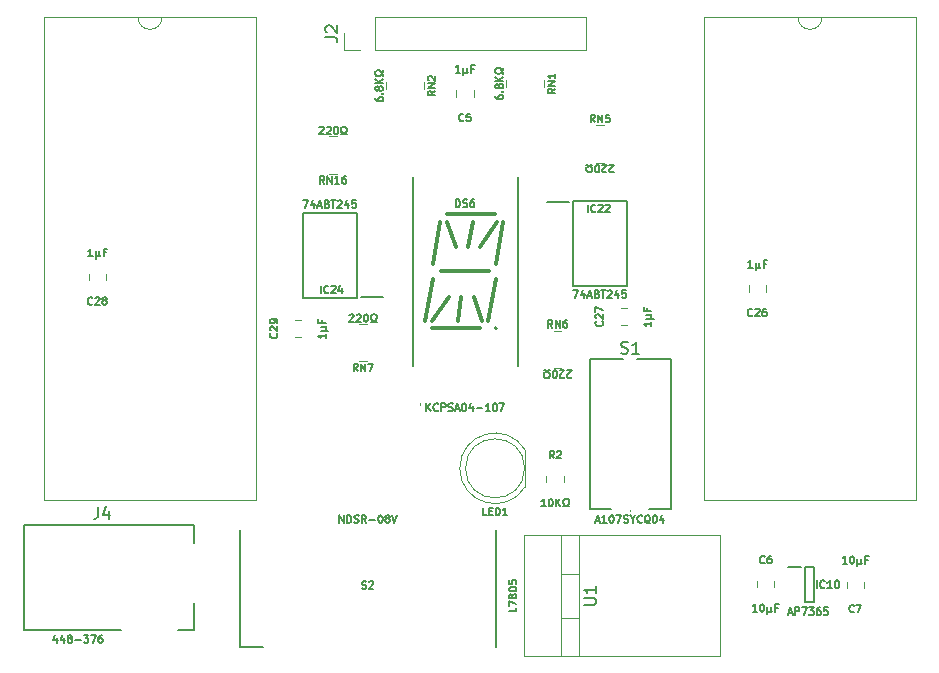
<source format=gto>
%TF.GenerationSoftware,KiCad,Pcbnew,9.0.2*%
%TF.CreationDate,2025-06-27T13:26:12+02:00*%
%TF.ProjectId,LCD 14 Segment Tester,4c434420-3134-4205-9365-676d656e7420,V0*%
%TF.SameCoordinates,Original*%
%TF.FileFunction,Legend,Top*%
%TF.FilePolarity,Positive*%
%FSLAX46Y46*%
G04 Gerber Fmt 4.6, Leading zero omitted, Abs format (unit mm)*
G04 Created by KiCad (PCBNEW 9.0.2) date 2025-06-27 13:26:12*
%MOMM*%
%LPD*%
G01*
G04 APERTURE LIST*
%ADD10C,0.150000*%
%ADD11C,0.200000*%
%ADD12C,0.120000*%
%ADD13C,0.100000*%
%ADD14C,0.300000*%
%ADD15C,0.210000*%
G04 APERTURE END LIST*
D10*
X46551547Y40735037D02*
X46339880Y41037418D01*
X46188690Y40735037D02*
X46188690Y41370037D01*
X46188690Y41370037D02*
X46430595Y41370037D01*
X46430595Y41370037D02*
X46491071Y41339799D01*
X46491071Y41339799D02*
X46521309Y41309561D01*
X46521309Y41309561D02*
X46551547Y41249085D01*
X46551547Y41249085D02*
X46551547Y41158371D01*
X46551547Y41158371D02*
X46521309Y41097895D01*
X46521309Y41097895D02*
X46491071Y41067656D01*
X46491071Y41067656D02*
X46430595Y41037418D01*
X46430595Y41037418D02*
X46188690Y41037418D01*
X46823690Y40735037D02*
X46823690Y41370037D01*
X46823690Y41370037D02*
X47186547Y40735037D01*
X47186547Y40735037D02*
X47186547Y41370037D01*
X47791309Y41370037D02*
X47488928Y41370037D01*
X47488928Y41370037D02*
X47458690Y41067656D01*
X47458690Y41067656D02*
X47488928Y41097895D01*
X47488928Y41097895D02*
X47549404Y41128133D01*
X47549404Y41128133D02*
X47700595Y41128133D01*
X47700595Y41128133D02*
X47761071Y41097895D01*
X47761071Y41097895D02*
X47791309Y41067656D01*
X47791309Y41067656D02*
X47821547Y41007180D01*
X47821547Y41007180D02*
X47821547Y40855990D01*
X47821547Y40855990D02*
X47791309Y40795514D01*
X47791309Y40795514D02*
X47761071Y40765276D01*
X47761071Y40765276D02*
X47700595Y40735037D01*
X47700595Y40735037D02*
X47549404Y40735037D01*
X47549404Y40735037D02*
X47488928Y40765276D01*
X47488928Y40765276D02*
X47458690Y40795514D01*
X48139047Y36541439D02*
X48108809Y36511201D01*
X48108809Y36511201D02*
X48048333Y36480963D01*
X48048333Y36480963D02*
X47897142Y36480963D01*
X47897142Y36480963D02*
X47836666Y36511201D01*
X47836666Y36511201D02*
X47806428Y36541439D01*
X47806428Y36541439D02*
X47776190Y36601915D01*
X47776190Y36601915D02*
X47776190Y36662391D01*
X47776190Y36662391D02*
X47806428Y36753105D01*
X47806428Y36753105D02*
X48169285Y37115963D01*
X48169285Y37115963D02*
X47776190Y37115963D01*
X47534285Y36541439D02*
X47504047Y36511201D01*
X47504047Y36511201D02*
X47443571Y36480963D01*
X47443571Y36480963D02*
X47292380Y36480963D01*
X47292380Y36480963D02*
X47231904Y36511201D01*
X47231904Y36511201D02*
X47201666Y36541439D01*
X47201666Y36541439D02*
X47171428Y36601915D01*
X47171428Y36601915D02*
X47171428Y36662391D01*
X47171428Y36662391D02*
X47201666Y36753105D01*
X47201666Y36753105D02*
X47564523Y37115963D01*
X47564523Y37115963D02*
X47171428Y37115963D01*
X46778333Y36480963D02*
X46717856Y36480963D01*
X46717856Y36480963D02*
X46657380Y36511201D01*
X46657380Y36511201D02*
X46627142Y36541439D01*
X46627142Y36541439D02*
X46596904Y36601915D01*
X46596904Y36601915D02*
X46566666Y36722867D01*
X46566666Y36722867D02*
X46566666Y36874058D01*
X46566666Y36874058D02*
X46596904Y36995010D01*
X46596904Y36995010D02*
X46627142Y37055486D01*
X46627142Y37055486D02*
X46657380Y37085725D01*
X46657380Y37085725D02*
X46717856Y37115963D01*
X46717856Y37115963D02*
X46778333Y37115963D01*
X46778333Y37115963D02*
X46838809Y37085725D01*
X46838809Y37085725D02*
X46869047Y37055486D01*
X46869047Y37055486D02*
X46899285Y36995010D01*
X46899285Y36995010D02*
X46929523Y36874058D01*
X46929523Y36874058D02*
X46929523Y36722867D01*
X46929523Y36722867D02*
X46899285Y36601915D01*
X46899285Y36601915D02*
X46869047Y36541439D01*
X46869047Y36541439D02*
X46838809Y36511201D01*
X46838809Y36511201D02*
X46778333Y36480963D01*
X46324761Y37115963D02*
X46173571Y37115963D01*
X46173571Y37115963D02*
X46173571Y36995010D01*
X46173571Y36995010D02*
X46234047Y36964772D01*
X46234047Y36964772D02*
X46294523Y36904296D01*
X46294523Y36904296D02*
X46324761Y36813582D01*
X46324761Y36813582D02*
X46324761Y36662391D01*
X46324761Y36662391D02*
X46294523Y36571677D01*
X46294523Y36571677D02*
X46234047Y36511201D01*
X46234047Y36511201D02*
X46143333Y36480963D01*
X46143333Y36480963D02*
X46022380Y36480963D01*
X46022380Y36480963D02*
X45931666Y36511201D01*
X45931666Y36511201D02*
X45871190Y36571677D01*
X45871190Y36571677D02*
X45840952Y36662391D01*
X45840952Y36662391D02*
X45840952Y36813582D01*
X45840952Y36813582D02*
X45871190Y36904296D01*
X45871190Y36904296D02*
X45931666Y36964772D01*
X45931666Y36964772D02*
X45992142Y36995010D01*
X45992142Y36995010D02*
X45992142Y37115963D01*
X45992142Y37115963D02*
X45840952Y37115963D01*
X26485547Y19653035D02*
X26273880Y19955416D01*
X26122690Y19653035D02*
X26122690Y20288035D01*
X26122690Y20288035D02*
X26364595Y20288035D01*
X26364595Y20288035D02*
X26425071Y20257797D01*
X26425071Y20257797D02*
X26455309Y20227559D01*
X26455309Y20227559D02*
X26485547Y20167083D01*
X26485547Y20167083D02*
X26485547Y20076369D01*
X26485547Y20076369D02*
X26455309Y20015893D01*
X26455309Y20015893D02*
X26425071Y19985654D01*
X26425071Y19985654D02*
X26364595Y19955416D01*
X26364595Y19955416D02*
X26122690Y19955416D01*
X26757690Y19653035D02*
X26757690Y20288035D01*
X26757690Y20288035D02*
X27120547Y19653035D01*
X27120547Y19653035D02*
X27120547Y20288035D01*
X27362452Y20288035D02*
X27785785Y20288035D01*
X27785785Y20288035D02*
X27513642Y19653035D01*
X25774952Y24418560D02*
X25805190Y24448798D01*
X25805190Y24448798D02*
X25865666Y24479036D01*
X25865666Y24479036D02*
X26016857Y24479036D01*
X26016857Y24479036D02*
X26077333Y24448798D01*
X26077333Y24448798D02*
X26107571Y24418560D01*
X26107571Y24418560D02*
X26137809Y24358084D01*
X26137809Y24358084D02*
X26137809Y24297608D01*
X26137809Y24297608D02*
X26107571Y24206894D01*
X26107571Y24206894D02*
X25744714Y23844036D01*
X25744714Y23844036D02*
X26137809Y23844036D01*
X26379714Y24418560D02*
X26409952Y24448798D01*
X26409952Y24448798D02*
X26470428Y24479036D01*
X26470428Y24479036D02*
X26621619Y24479036D01*
X26621619Y24479036D02*
X26682095Y24448798D01*
X26682095Y24448798D02*
X26712333Y24418560D01*
X26712333Y24418560D02*
X26742571Y24358084D01*
X26742571Y24358084D02*
X26742571Y24297608D01*
X26742571Y24297608D02*
X26712333Y24206894D01*
X26712333Y24206894D02*
X26349476Y23844036D01*
X26349476Y23844036D02*
X26742571Y23844036D01*
X27135666Y24479036D02*
X27196143Y24479036D01*
X27196143Y24479036D02*
X27256619Y24448798D01*
X27256619Y24448798D02*
X27286857Y24418560D01*
X27286857Y24418560D02*
X27317095Y24358084D01*
X27317095Y24358084D02*
X27347333Y24237132D01*
X27347333Y24237132D02*
X27347333Y24085941D01*
X27347333Y24085941D02*
X27317095Y23964989D01*
X27317095Y23964989D02*
X27286857Y23904513D01*
X27286857Y23904513D02*
X27256619Y23874275D01*
X27256619Y23874275D02*
X27196143Y23844036D01*
X27196143Y23844036D02*
X27135666Y23844036D01*
X27135666Y23844036D02*
X27075190Y23874275D01*
X27075190Y23874275D02*
X27044952Y23904513D01*
X27044952Y23904513D02*
X27014714Y23964989D01*
X27014714Y23964989D02*
X26984476Y24085941D01*
X26984476Y24085941D02*
X26984476Y24237132D01*
X26984476Y24237132D02*
X27014714Y24358084D01*
X27014714Y24358084D02*
X27044952Y24418560D01*
X27044952Y24418560D02*
X27075190Y24448798D01*
X27075190Y24448798D02*
X27135666Y24479036D01*
X27589238Y23844036D02*
X27740428Y23844036D01*
X27740428Y23844036D02*
X27740428Y23964989D01*
X27740428Y23964989D02*
X27679952Y23995227D01*
X27679952Y23995227D02*
X27619476Y24055703D01*
X27619476Y24055703D02*
X27589238Y24146417D01*
X27589238Y24146417D02*
X27589238Y24297608D01*
X27589238Y24297608D02*
X27619476Y24388322D01*
X27619476Y24388322D02*
X27679952Y24448798D01*
X27679952Y24448798D02*
X27770666Y24479036D01*
X27770666Y24479036D02*
X27891619Y24479036D01*
X27891619Y24479036D02*
X27982333Y24448798D01*
X27982333Y24448798D02*
X28042809Y24388322D01*
X28042809Y24388322D02*
X28073047Y24297608D01*
X28073047Y24297608D02*
X28073047Y24146417D01*
X28073047Y24146417D02*
X28042809Y24055703D01*
X28042809Y24055703D02*
X27982333Y23995227D01*
X27982333Y23995227D02*
X27921857Y23964989D01*
X27921857Y23964989D02*
X27921857Y23844036D01*
X27921857Y23844036D02*
X28073047Y23844036D01*
D11*
X48768095Y21185400D02*
X48910952Y21137780D01*
X48910952Y21137780D02*
X49149047Y21137780D01*
X49149047Y21137780D02*
X49244285Y21185400D01*
X49244285Y21185400D02*
X49291904Y21233019D01*
X49291904Y21233019D02*
X49339523Y21328257D01*
X49339523Y21328257D02*
X49339523Y21423495D01*
X49339523Y21423495D02*
X49291904Y21518733D01*
X49291904Y21518733D02*
X49244285Y21566352D01*
X49244285Y21566352D02*
X49149047Y21613971D01*
X49149047Y21613971D02*
X48958571Y21661590D01*
X48958571Y21661590D02*
X48863333Y21709209D01*
X48863333Y21709209D02*
X48815714Y21756828D01*
X48815714Y21756828D02*
X48768095Y21852066D01*
X48768095Y21852066D02*
X48768095Y21947304D01*
X48768095Y21947304D02*
X48815714Y22042542D01*
X48815714Y22042542D02*
X48863333Y22090161D01*
X48863333Y22090161D02*
X48958571Y22137780D01*
X48958571Y22137780D02*
X49196666Y22137780D01*
X49196666Y22137780D02*
X49339523Y22090161D01*
X50291904Y21137780D02*
X49720476Y21137780D01*
X50006190Y21137780D02*
X50006190Y22137780D01*
X50006190Y22137780D02*
X49910952Y21994923D01*
X49910952Y21994923D02*
X49815714Y21899685D01*
X49815714Y21899685D02*
X49720476Y21852066D01*
D10*
X46642261Y7007465D02*
X46944642Y7007465D01*
X46581785Y6826036D02*
X46793451Y7461036D01*
X46793451Y7461036D02*
X47005118Y6826036D01*
X47549404Y6826036D02*
X47186547Y6826036D01*
X47367975Y6826036D02*
X47367975Y7461036D01*
X47367975Y7461036D02*
X47307499Y7370322D01*
X47307499Y7370322D02*
X47247023Y7309846D01*
X47247023Y7309846D02*
X47186547Y7279608D01*
X47942499Y7461036D02*
X48002976Y7461036D01*
X48002976Y7461036D02*
X48063452Y7430798D01*
X48063452Y7430798D02*
X48093690Y7400560D01*
X48093690Y7400560D02*
X48123928Y7340084D01*
X48123928Y7340084D02*
X48154166Y7219132D01*
X48154166Y7219132D02*
X48154166Y7067941D01*
X48154166Y7067941D02*
X48123928Y6946989D01*
X48123928Y6946989D02*
X48093690Y6886513D01*
X48093690Y6886513D02*
X48063452Y6856275D01*
X48063452Y6856275D02*
X48002976Y6826036D01*
X48002976Y6826036D02*
X47942499Y6826036D01*
X47942499Y6826036D02*
X47882023Y6856275D01*
X47882023Y6856275D02*
X47851785Y6886513D01*
X47851785Y6886513D02*
X47821547Y6946989D01*
X47821547Y6946989D02*
X47791309Y7067941D01*
X47791309Y7067941D02*
X47791309Y7219132D01*
X47791309Y7219132D02*
X47821547Y7340084D01*
X47821547Y7340084D02*
X47851785Y7400560D01*
X47851785Y7400560D02*
X47882023Y7430798D01*
X47882023Y7430798D02*
X47942499Y7461036D01*
X48365833Y7461036D02*
X48789166Y7461036D01*
X48789166Y7461036D02*
X48517023Y6826036D01*
X49000833Y6856275D02*
X49091547Y6826036D01*
X49091547Y6826036D02*
X49242738Y6826036D01*
X49242738Y6826036D02*
X49303214Y6856275D01*
X49303214Y6856275D02*
X49333452Y6886513D01*
X49333452Y6886513D02*
X49363690Y6946989D01*
X49363690Y6946989D02*
X49363690Y7007465D01*
X49363690Y7007465D02*
X49333452Y7067941D01*
X49333452Y7067941D02*
X49303214Y7098179D01*
X49303214Y7098179D02*
X49242738Y7128417D01*
X49242738Y7128417D02*
X49121785Y7158655D01*
X49121785Y7158655D02*
X49061309Y7188894D01*
X49061309Y7188894D02*
X49031071Y7219132D01*
X49031071Y7219132D02*
X49000833Y7279608D01*
X49000833Y7279608D02*
X49000833Y7340084D01*
X49000833Y7340084D02*
X49031071Y7400560D01*
X49031071Y7400560D02*
X49061309Y7430798D01*
X49061309Y7430798D02*
X49121785Y7461036D01*
X49121785Y7461036D02*
X49272976Y7461036D01*
X49272976Y7461036D02*
X49363690Y7430798D01*
X49756785Y7128417D02*
X49756785Y6826036D01*
X49545119Y7461036D02*
X49756785Y7128417D01*
X49756785Y7128417D02*
X49968452Y7461036D01*
X50542976Y6886513D02*
X50512738Y6856275D01*
X50512738Y6856275D02*
X50422024Y6826036D01*
X50422024Y6826036D02*
X50361548Y6826036D01*
X50361548Y6826036D02*
X50270833Y6856275D01*
X50270833Y6856275D02*
X50210357Y6916751D01*
X50210357Y6916751D02*
X50180119Y6977227D01*
X50180119Y6977227D02*
X50149881Y7098179D01*
X50149881Y7098179D02*
X50149881Y7188894D01*
X50149881Y7188894D02*
X50180119Y7309846D01*
X50180119Y7309846D02*
X50210357Y7370322D01*
X50210357Y7370322D02*
X50270833Y7430798D01*
X50270833Y7430798D02*
X50361548Y7461036D01*
X50361548Y7461036D02*
X50422024Y7461036D01*
X50422024Y7461036D02*
X50512738Y7430798D01*
X50512738Y7430798D02*
X50542976Y7400560D01*
X51238452Y6765560D02*
X51177976Y6795798D01*
X51177976Y6795798D02*
X51117500Y6856275D01*
X51117500Y6856275D02*
X51026786Y6946989D01*
X51026786Y6946989D02*
X50966309Y6977227D01*
X50966309Y6977227D02*
X50905833Y6977227D01*
X50936071Y6826036D02*
X50875595Y6856275D01*
X50875595Y6856275D02*
X50815119Y6916751D01*
X50815119Y6916751D02*
X50784881Y7037703D01*
X50784881Y7037703D02*
X50784881Y7249370D01*
X50784881Y7249370D02*
X50815119Y7370322D01*
X50815119Y7370322D02*
X50875595Y7430798D01*
X50875595Y7430798D02*
X50936071Y7461036D01*
X50936071Y7461036D02*
X51057024Y7461036D01*
X51057024Y7461036D02*
X51117500Y7430798D01*
X51117500Y7430798D02*
X51177976Y7370322D01*
X51177976Y7370322D02*
X51208214Y7249370D01*
X51208214Y7249370D02*
X51208214Y7037703D01*
X51208214Y7037703D02*
X51177976Y6916751D01*
X51177976Y6916751D02*
X51117500Y6856275D01*
X51117500Y6856275D02*
X51057024Y6826036D01*
X51057024Y6826036D02*
X50936071Y6826036D01*
X51601309Y7461036D02*
X51661786Y7461036D01*
X51661786Y7461036D02*
X51722262Y7430798D01*
X51722262Y7430798D02*
X51752500Y7400560D01*
X51752500Y7400560D02*
X51782738Y7340084D01*
X51782738Y7340084D02*
X51812976Y7219132D01*
X51812976Y7219132D02*
X51812976Y7067941D01*
X51812976Y7067941D02*
X51782738Y6946989D01*
X51782738Y6946989D02*
X51752500Y6886513D01*
X51752500Y6886513D02*
X51722262Y6856275D01*
X51722262Y6856275D02*
X51661786Y6826036D01*
X51661786Y6826036D02*
X51601309Y6826036D01*
X51601309Y6826036D02*
X51540833Y6856275D01*
X51540833Y6856275D02*
X51510595Y6886513D01*
X51510595Y6886513D02*
X51480357Y6946989D01*
X51480357Y6946989D02*
X51450119Y7067941D01*
X51450119Y7067941D02*
X51450119Y7219132D01*
X51450119Y7219132D02*
X51480357Y7340084D01*
X51480357Y7340084D02*
X51510595Y7400560D01*
X51510595Y7400560D02*
X51540833Y7430798D01*
X51540833Y7430798D02*
X51601309Y7461036D01*
X52357262Y7249370D02*
X52357262Y6826036D01*
X52206071Y7491275D02*
X52054881Y7037703D01*
X52054881Y7037703D02*
X52447976Y7037703D01*
X33051963Y43376547D02*
X32749582Y43164880D01*
X33051963Y43013690D02*
X32416963Y43013690D01*
X32416963Y43013690D02*
X32416963Y43255595D01*
X32416963Y43255595D02*
X32447201Y43316071D01*
X32447201Y43316071D02*
X32477439Y43346309D01*
X32477439Y43346309D02*
X32537915Y43376547D01*
X32537915Y43376547D02*
X32628629Y43376547D01*
X32628629Y43376547D02*
X32689105Y43346309D01*
X32689105Y43346309D02*
X32719344Y43316071D01*
X32719344Y43316071D02*
X32749582Y43255595D01*
X32749582Y43255595D02*
X32749582Y43013690D01*
X33051963Y43648690D02*
X32416963Y43648690D01*
X32416963Y43648690D02*
X33051963Y44011547D01*
X33051963Y44011547D02*
X32416963Y44011547D01*
X32477439Y44283690D02*
X32447201Y44313928D01*
X32447201Y44313928D02*
X32416963Y44374404D01*
X32416963Y44374404D02*
X32416963Y44525595D01*
X32416963Y44525595D02*
X32447201Y44586071D01*
X32447201Y44586071D02*
X32477439Y44616309D01*
X32477439Y44616309D02*
X32537915Y44646547D01*
X32537915Y44646547D02*
X32598391Y44646547D01*
X32598391Y44646547D02*
X32689105Y44616309D01*
X32689105Y44616309D02*
X33051963Y44253452D01*
X33051963Y44253452D02*
X33051963Y44646547D01*
X27971962Y42802024D02*
X27971962Y42681071D01*
X27971962Y42681071D02*
X28002200Y42620595D01*
X28002200Y42620595D02*
X28032438Y42590357D01*
X28032438Y42590357D02*
X28123152Y42529881D01*
X28123152Y42529881D02*
X28244104Y42499643D01*
X28244104Y42499643D02*
X28486009Y42499643D01*
X28486009Y42499643D02*
X28546485Y42529881D01*
X28546485Y42529881D02*
X28576724Y42560119D01*
X28576724Y42560119D02*
X28606962Y42620595D01*
X28606962Y42620595D02*
X28606962Y42741548D01*
X28606962Y42741548D02*
X28576724Y42802024D01*
X28576724Y42802024D02*
X28546485Y42832262D01*
X28546485Y42832262D02*
X28486009Y42862500D01*
X28486009Y42862500D02*
X28334819Y42862500D01*
X28334819Y42862500D02*
X28274343Y42832262D01*
X28274343Y42832262D02*
X28244104Y42802024D01*
X28244104Y42802024D02*
X28213866Y42741548D01*
X28213866Y42741548D02*
X28213866Y42620595D01*
X28213866Y42620595D02*
X28244104Y42560119D01*
X28244104Y42560119D02*
X28274343Y42529881D01*
X28274343Y42529881D02*
X28334819Y42499643D01*
X28546485Y43134643D02*
X28576724Y43164881D01*
X28576724Y43164881D02*
X28606962Y43134643D01*
X28606962Y43134643D02*
X28576724Y43104405D01*
X28576724Y43104405D02*
X28546485Y43134643D01*
X28546485Y43134643D02*
X28606962Y43134643D01*
X28244104Y43527738D02*
X28213866Y43467262D01*
X28213866Y43467262D02*
X28183628Y43437024D01*
X28183628Y43437024D02*
X28123152Y43406786D01*
X28123152Y43406786D02*
X28092914Y43406786D01*
X28092914Y43406786D02*
X28032438Y43437024D01*
X28032438Y43437024D02*
X28002200Y43467262D01*
X28002200Y43467262D02*
X27971962Y43527738D01*
X27971962Y43527738D02*
X27971962Y43648691D01*
X27971962Y43648691D02*
X28002200Y43709167D01*
X28002200Y43709167D02*
X28032438Y43739405D01*
X28032438Y43739405D02*
X28092914Y43769643D01*
X28092914Y43769643D02*
X28123152Y43769643D01*
X28123152Y43769643D02*
X28183628Y43739405D01*
X28183628Y43739405D02*
X28213866Y43709167D01*
X28213866Y43709167D02*
X28244104Y43648691D01*
X28244104Y43648691D02*
X28244104Y43527738D01*
X28244104Y43527738D02*
X28274343Y43467262D01*
X28274343Y43467262D02*
X28304581Y43437024D01*
X28304581Y43437024D02*
X28365057Y43406786D01*
X28365057Y43406786D02*
X28486009Y43406786D01*
X28486009Y43406786D02*
X28546485Y43437024D01*
X28546485Y43437024D02*
X28576724Y43467262D01*
X28576724Y43467262D02*
X28606962Y43527738D01*
X28606962Y43527738D02*
X28606962Y43648691D01*
X28606962Y43648691D02*
X28576724Y43709167D01*
X28576724Y43709167D02*
X28546485Y43739405D01*
X28546485Y43739405D02*
X28486009Y43769643D01*
X28486009Y43769643D02*
X28365057Y43769643D01*
X28365057Y43769643D02*
X28304581Y43739405D01*
X28304581Y43739405D02*
X28274343Y43709167D01*
X28274343Y43709167D02*
X28244104Y43648691D01*
X28606962Y44041786D02*
X27971962Y44041786D01*
X28606962Y44404643D02*
X28244104Y44132500D01*
X27971962Y44404643D02*
X28334819Y44041786D01*
X28606962Y44646548D02*
X28606962Y44797738D01*
X28606962Y44797738D02*
X28486009Y44797738D01*
X28486009Y44797738D02*
X28455771Y44737262D01*
X28455771Y44737262D02*
X28395295Y44676786D01*
X28395295Y44676786D02*
X28304581Y44646548D01*
X28304581Y44646548D02*
X28153390Y44646548D01*
X28153390Y44646548D02*
X28062676Y44676786D01*
X28062676Y44676786D02*
X28002200Y44737262D01*
X28002200Y44737262D02*
X27971962Y44827976D01*
X27971962Y44827976D02*
X27971962Y44948929D01*
X27971962Y44948929D02*
X28002200Y45039643D01*
X28002200Y45039643D02*
X28062676Y45100119D01*
X28062676Y45100119D02*
X28153390Y45130357D01*
X28153390Y45130357D02*
X28304581Y45130357D01*
X28304581Y45130357D02*
X28395295Y45100119D01*
X28395295Y45100119D02*
X28455771Y45039643D01*
X28455771Y45039643D02*
X28486009Y44979167D01*
X28486009Y44979167D02*
X28606962Y44979167D01*
X28606962Y44979167D02*
X28606962Y45130357D01*
X35427167Y40879513D02*
X35396929Y40849275D01*
X35396929Y40849275D02*
X35306215Y40819036D01*
X35306215Y40819036D02*
X35245739Y40819036D01*
X35245739Y40819036D02*
X35155024Y40849275D01*
X35155024Y40849275D02*
X35094548Y40909751D01*
X35094548Y40909751D02*
X35064310Y40970227D01*
X35064310Y40970227D02*
X35034072Y41091179D01*
X35034072Y41091179D02*
X35034072Y41181894D01*
X35034072Y41181894D02*
X35064310Y41302846D01*
X35064310Y41302846D02*
X35094548Y41363322D01*
X35094548Y41363322D02*
X35155024Y41423798D01*
X35155024Y41423798D02*
X35245739Y41454036D01*
X35245739Y41454036D02*
X35306215Y41454036D01*
X35306215Y41454036D02*
X35396929Y41423798D01*
X35396929Y41423798D02*
X35427167Y41393560D01*
X36001691Y41454036D02*
X35699310Y41454036D01*
X35699310Y41454036D02*
X35669072Y41151655D01*
X35669072Y41151655D02*
X35699310Y41181894D01*
X35699310Y41181894D02*
X35759786Y41212132D01*
X35759786Y41212132D02*
X35910977Y41212132D01*
X35910977Y41212132D02*
X35971453Y41181894D01*
X35971453Y41181894D02*
X36001691Y41151655D01*
X36001691Y41151655D02*
X36031929Y41091179D01*
X36031929Y41091179D02*
X36031929Y40939989D01*
X36031929Y40939989D02*
X36001691Y40879513D01*
X36001691Y40879513D02*
X35971453Y40849275D01*
X35971453Y40849275D02*
X35910977Y40819036D01*
X35910977Y40819036D02*
X35759786Y40819036D01*
X35759786Y40819036D02*
X35699310Y40849275D01*
X35699310Y40849275D02*
X35669072Y40879513D01*
X35136666Y44926036D02*
X34773809Y44926036D01*
X34955237Y44926036D02*
X34955237Y45561036D01*
X34955237Y45561036D02*
X34894761Y45470322D01*
X34894761Y45470322D02*
X34834285Y45409846D01*
X34834285Y45409846D02*
X34773809Y45379608D01*
X35408809Y45349370D02*
X35408809Y44714370D01*
X35711190Y45016751D02*
X35741428Y44956275D01*
X35741428Y44956275D02*
X35801904Y44926036D01*
X35408809Y45016751D02*
X35439047Y44956275D01*
X35439047Y44956275D02*
X35499523Y44926036D01*
X35499523Y44926036D02*
X35620476Y44926036D01*
X35620476Y44926036D02*
X35680952Y44956275D01*
X35680952Y44956275D02*
X35711190Y45016751D01*
X35711190Y45016751D02*
X35711190Y45349370D01*
X36285714Y45258655D02*
X36074047Y45258655D01*
X36074047Y44926036D02*
X36074047Y45561036D01*
X36074047Y45561036D02*
X36376428Y45561036D01*
X43084166Y12263536D02*
X42872499Y12565917D01*
X42721309Y12263536D02*
X42721309Y12898536D01*
X42721309Y12898536D02*
X42963214Y12898536D01*
X42963214Y12898536D02*
X43023690Y12868298D01*
X43023690Y12868298D02*
X43053928Y12838060D01*
X43053928Y12838060D02*
X43084166Y12777584D01*
X43084166Y12777584D02*
X43084166Y12686870D01*
X43084166Y12686870D02*
X43053928Y12626394D01*
X43053928Y12626394D02*
X43023690Y12596155D01*
X43023690Y12596155D02*
X42963214Y12565917D01*
X42963214Y12565917D02*
X42721309Y12565917D01*
X43326071Y12838060D02*
X43356309Y12868298D01*
X43356309Y12868298D02*
X43416785Y12898536D01*
X43416785Y12898536D02*
X43567976Y12898536D01*
X43567976Y12898536D02*
X43628452Y12868298D01*
X43628452Y12868298D02*
X43658690Y12838060D01*
X43658690Y12838060D02*
X43688928Y12777584D01*
X43688928Y12777584D02*
X43688928Y12717108D01*
X43688928Y12717108D02*
X43658690Y12626394D01*
X43658690Y12626394D02*
X43295833Y12263536D01*
X43295833Y12263536D02*
X43688928Y12263536D01*
X42388690Y8199536D02*
X42025833Y8199536D01*
X42207261Y8199536D02*
X42207261Y8834536D01*
X42207261Y8834536D02*
X42146785Y8743822D01*
X42146785Y8743822D02*
X42086309Y8683346D01*
X42086309Y8683346D02*
X42025833Y8653108D01*
X42781785Y8834536D02*
X42842262Y8834536D01*
X42842262Y8834536D02*
X42902738Y8804298D01*
X42902738Y8804298D02*
X42932976Y8774060D01*
X42932976Y8774060D02*
X42963214Y8713584D01*
X42963214Y8713584D02*
X42993452Y8592632D01*
X42993452Y8592632D02*
X42993452Y8441441D01*
X42993452Y8441441D02*
X42963214Y8320489D01*
X42963214Y8320489D02*
X42932976Y8260013D01*
X42932976Y8260013D02*
X42902738Y8229775D01*
X42902738Y8229775D02*
X42842262Y8199536D01*
X42842262Y8199536D02*
X42781785Y8199536D01*
X42781785Y8199536D02*
X42721309Y8229775D01*
X42721309Y8229775D02*
X42691071Y8260013D01*
X42691071Y8260013D02*
X42660833Y8320489D01*
X42660833Y8320489D02*
X42630595Y8441441D01*
X42630595Y8441441D02*
X42630595Y8592632D01*
X42630595Y8592632D02*
X42660833Y8713584D01*
X42660833Y8713584D02*
X42691071Y8774060D01*
X42691071Y8774060D02*
X42721309Y8804298D01*
X42721309Y8804298D02*
X42781785Y8834536D01*
X43265595Y8199536D02*
X43265595Y8834536D01*
X43628452Y8199536D02*
X43356309Y8562394D01*
X43628452Y8834536D02*
X43265595Y8471679D01*
X43870357Y8199536D02*
X44021547Y8199536D01*
X44021547Y8199536D02*
X44021547Y8320489D01*
X44021547Y8320489D02*
X43961071Y8350727D01*
X43961071Y8350727D02*
X43900595Y8411203D01*
X43900595Y8411203D02*
X43870357Y8501917D01*
X43870357Y8501917D02*
X43870357Y8653108D01*
X43870357Y8653108D02*
X43900595Y8743822D01*
X43900595Y8743822D02*
X43961071Y8804298D01*
X43961071Y8804298D02*
X44051785Y8834536D01*
X44051785Y8834536D02*
X44172738Y8834536D01*
X44172738Y8834536D02*
X44263452Y8804298D01*
X44263452Y8804298D02*
X44323928Y8743822D01*
X44323928Y8743822D02*
X44354166Y8653108D01*
X44354166Y8653108D02*
X44354166Y8501917D01*
X44354166Y8501917D02*
X44323928Y8411203D01*
X44323928Y8411203D02*
X44263452Y8350727D01*
X44263452Y8350727D02*
X44202976Y8320489D01*
X44202976Y8320489D02*
X44202976Y8199536D01*
X44202976Y8199536D02*
X44354166Y8199536D01*
D11*
X4492666Y8167779D02*
X4492666Y7453494D01*
X4492666Y7453494D02*
X4445047Y7310637D01*
X4445047Y7310637D02*
X4349809Y7215399D01*
X4349809Y7215399D02*
X4206952Y7167779D01*
X4206952Y7167779D02*
X4111714Y7167779D01*
X5397428Y7834446D02*
X5397428Y7167779D01*
X5159333Y8215399D02*
X4921238Y7501113D01*
X4921238Y7501113D02*
X5540285Y7501113D01*
D10*
X1009952Y-2910629D02*
X1009952Y-3333963D01*
X858761Y-2668725D02*
X707571Y-3122296D01*
X707571Y-3122296D02*
X1100666Y-3122296D01*
X1614714Y-2910629D02*
X1614714Y-3333963D01*
X1463523Y-2668725D02*
X1312333Y-3122296D01*
X1312333Y-3122296D02*
X1705428Y-3122296D01*
X2038047Y-2971105D02*
X1977571Y-2940867D01*
X1977571Y-2940867D02*
X1947333Y-2910629D01*
X1947333Y-2910629D02*
X1917095Y-2850153D01*
X1917095Y-2850153D02*
X1917095Y-2819915D01*
X1917095Y-2819915D02*
X1947333Y-2759439D01*
X1947333Y-2759439D02*
X1977571Y-2729201D01*
X1977571Y-2729201D02*
X2038047Y-2698963D01*
X2038047Y-2698963D02*
X2159000Y-2698963D01*
X2159000Y-2698963D02*
X2219476Y-2729201D01*
X2219476Y-2729201D02*
X2249714Y-2759439D01*
X2249714Y-2759439D02*
X2279952Y-2819915D01*
X2279952Y-2819915D02*
X2279952Y-2850153D01*
X2279952Y-2850153D02*
X2249714Y-2910629D01*
X2249714Y-2910629D02*
X2219476Y-2940867D01*
X2219476Y-2940867D02*
X2159000Y-2971105D01*
X2159000Y-2971105D02*
X2038047Y-2971105D01*
X2038047Y-2971105D02*
X1977571Y-3001344D01*
X1977571Y-3001344D02*
X1947333Y-3031582D01*
X1947333Y-3031582D02*
X1917095Y-3092058D01*
X1917095Y-3092058D02*
X1917095Y-3213010D01*
X1917095Y-3213010D02*
X1947333Y-3273486D01*
X1947333Y-3273486D02*
X1977571Y-3303725D01*
X1977571Y-3303725D02*
X2038047Y-3333963D01*
X2038047Y-3333963D02*
X2159000Y-3333963D01*
X2159000Y-3333963D02*
X2219476Y-3303725D01*
X2219476Y-3303725D02*
X2249714Y-3273486D01*
X2249714Y-3273486D02*
X2279952Y-3213010D01*
X2279952Y-3213010D02*
X2279952Y-3092058D01*
X2279952Y-3092058D02*
X2249714Y-3031582D01*
X2249714Y-3031582D02*
X2219476Y-3001344D01*
X2219476Y-3001344D02*
X2159000Y-2971105D01*
X2552095Y-3092058D02*
X3035905Y-3092058D01*
X3277809Y-2698963D02*
X3670904Y-2698963D01*
X3670904Y-2698963D02*
X3459237Y-2940867D01*
X3459237Y-2940867D02*
X3549952Y-2940867D01*
X3549952Y-2940867D02*
X3610428Y-2971105D01*
X3610428Y-2971105D02*
X3640666Y-3001344D01*
X3640666Y-3001344D02*
X3670904Y-3061820D01*
X3670904Y-3061820D02*
X3670904Y-3213010D01*
X3670904Y-3213010D02*
X3640666Y-3273486D01*
X3640666Y-3273486D02*
X3610428Y-3303725D01*
X3610428Y-3303725D02*
X3549952Y-3333963D01*
X3549952Y-3333963D02*
X3368523Y-3333963D01*
X3368523Y-3333963D02*
X3308047Y-3303725D01*
X3308047Y-3303725D02*
X3277809Y-3273486D01*
X3882571Y-2698963D02*
X4305904Y-2698963D01*
X4305904Y-2698963D02*
X4033761Y-3333963D01*
X4819952Y-2698963D02*
X4698999Y-2698963D01*
X4698999Y-2698963D02*
X4638523Y-2729201D01*
X4638523Y-2729201D02*
X4608285Y-2759439D01*
X4608285Y-2759439D02*
X4547809Y-2850153D01*
X4547809Y-2850153D02*
X4517571Y-2971105D01*
X4517571Y-2971105D02*
X4517571Y-3213010D01*
X4517571Y-3213010D02*
X4547809Y-3273486D01*
X4547809Y-3273486D02*
X4578047Y-3303725D01*
X4578047Y-3303725D02*
X4638523Y-3333963D01*
X4638523Y-3333963D02*
X4759476Y-3333963D01*
X4759476Y-3333963D02*
X4819952Y-3303725D01*
X4819952Y-3303725D02*
X4850190Y-3273486D01*
X4850190Y-3273486D02*
X4880428Y-3213010D01*
X4880428Y-3213010D02*
X4880428Y-3061820D01*
X4880428Y-3061820D02*
X4850190Y-3001344D01*
X4850190Y-3001344D02*
X4819952Y-2971105D01*
X4819952Y-2971105D02*
X4759476Y-2940867D01*
X4759476Y-2940867D02*
X4638523Y-2940867D01*
X4638523Y-2940867D02*
X4578047Y-2971105D01*
X4578047Y-2971105D02*
X4547809Y-3001344D01*
X4547809Y-3001344D02*
X4517571Y-3061820D01*
X60923166Y3444513D02*
X60892928Y3414275D01*
X60892928Y3414275D02*
X60802214Y3384036D01*
X60802214Y3384036D02*
X60741738Y3384036D01*
X60741738Y3384036D02*
X60651023Y3414275D01*
X60651023Y3414275D02*
X60590547Y3474751D01*
X60590547Y3474751D02*
X60560309Y3535227D01*
X60560309Y3535227D02*
X60530071Y3656179D01*
X60530071Y3656179D02*
X60530071Y3746894D01*
X60530071Y3746894D02*
X60560309Y3867846D01*
X60560309Y3867846D02*
X60590547Y3928322D01*
X60590547Y3928322D02*
X60651023Y3988798D01*
X60651023Y3988798D02*
X60741738Y4019036D01*
X60741738Y4019036D02*
X60802214Y4019036D01*
X60802214Y4019036D02*
X60892928Y3988798D01*
X60892928Y3988798D02*
X60923166Y3958560D01*
X61467452Y4019036D02*
X61346499Y4019036D01*
X61346499Y4019036D02*
X61286023Y3988798D01*
X61286023Y3988798D02*
X61255785Y3958560D01*
X61255785Y3958560D02*
X61195309Y3867846D01*
X61195309Y3867846D02*
X61165071Y3746894D01*
X61165071Y3746894D02*
X61165071Y3504989D01*
X61165071Y3504989D02*
X61195309Y3444513D01*
X61195309Y3444513D02*
X61225547Y3414275D01*
X61225547Y3414275D02*
X61286023Y3384036D01*
X61286023Y3384036D02*
X61406976Y3384036D01*
X61406976Y3384036D02*
X61467452Y3414275D01*
X61467452Y3414275D02*
X61497690Y3444513D01*
X61497690Y3444513D02*
X61527928Y3504989D01*
X61527928Y3504989D02*
X61527928Y3656179D01*
X61527928Y3656179D02*
X61497690Y3716655D01*
X61497690Y3716655D02*
X61467452Y3746894D01*
X61467452Y3746894D02*
X61406976Y3777132D01*
X61406976Y3777132D02*
X61286023Y3777132D01*
X61286023Y3777132D02*
X61225547Y3746894D01*
X61225547Y3746894D02*
X61195309Y3716655D01*
X61195309Y3716655D02*
X61165071Y3656179D01*
X60276285Y-722963D02*
X59913428Y-722963D01*
X60094856Y-722963D02*
X60094856Y-87963D01*
X60094856Y-87963D02*
X60034380Y-178677D01*
X60034380Y-178677D02*
X59973904Y-239153D01*
X59973904Y-239153D02*
X59913428Y-269391D01*
X60669380Y-87963D02*
X60729857Y-87963D01*
X60729857Y-87963D02*
X60790333Y-118201D01*
X60790333Y-118201D02*
X60820571Y-148439D01*
X60820571Y-148439D02*
X60850809Y-208915D01*
X60850809Y-208915D02*
X60881047Y-329867D01*
X60881047Y-329867D02*
X60881047Y-481058D01*
X60881047Y-481058D02*
X60850809Y-602010D01*
X60850809Y-602010D02*
X60820571Y-662486D01*
X60820571Y-662486D02*
X60790333Y-692725D01*
X60790333Y-692725D02*
X60729857Y-722963D01*
X60729857Y-722963D02*
X60669380Y-722963D01*
X60669380Y-722963D02*
X60608904Y-692725D01*
X60608904Y-692725D02*
X60578666Y-662486D01*
X60578666Y-662486D02*
X60548428Y-602010D01*
X60548428Y-602010D02*
X60518190Y-481058D01*
X60518190Y-481058D02*
X60518190Y-329867D01*
X60518190Y-329867D02*
X60548428Y-208915D01*
X60548428Y-208915D02*
X60578666Y-148439D01*
X60578666Y-148439D02*
X60608904Y-118201D01*
X60608904Y-118201D02*
X60669380Y-87963D01*
X61153190Y-299629D02*
X61153190Y-934629D01*
X61455571Y-632248D02*
X61485809Y-692725D01*
X61485809Y-692725D02*
X61546285Y-722963D01*
X61153190Y-632248D02*
X61183428Y-692725D01*
X61183428Y-692725D02*
X61243904Y-722963D01*
X61243904Y-722963D02*
X61364857Y-722963D01*
X61364857Y-722963D02*
X61425333Y-692725D01*
X61425333Y-692725D02*
X61455571Y-632248D01*
X61455571Y-632248D02*
X61455571Y-299629D01*
X62030095Y-390344D02*
X61818428Y-390344D01*
X61818428Y-722963D02*
X61818428Y-87963D01*
X61818428Y-87963D02*
X62120809Y-87963D01*
D11*
X45632219Y-126904D02*
X46441742Y-126904D01*
X46441742Y-126904D02*
X46536980Y-79285D01*
X46536980Y-79285D02*
X46584600Y-31666D01*
X46584600Y-31666D02*
X46632219Y63571D01*
X46632219Y63571D02*
X46632219Y254047D01*
X46632219Y254047D02*
X46584600Y349285D01*
X46584600Y349285D02*
X46536980Y396904D01*
X46536980Y396904D02*
X46441742Y444523D01*
X46441742Y444523D02*
X45632219Y444523D01*
X46632219Y1444523D02*
X46632219Y873095D01*
X46632219Y1158809D02*
X45632219Y1158809D01*
X45632219Y1158809D02*
X45775076Y1063571D01*
X45775076Y1063571D02*
X45870314Y968333D01*
X45870314Y968333D02*
X45917933Y873095D01*
D10*
X39909963Y-377976D02*
X39909963Y-680357D01*
X39909963Y-680357D02*
X39274963Y-680357D01*
X39274963Y-226785D02*
X39274963Y196547D01*
X39274963Y196547D02*
X39909963Y-75595D01*
X39547105Y529166D02*
X39516867Y468690D01*
X39516867Y468690D02*
X39486629Y438452D01*
X39486629Y438452D02*
X39426153Y408214D01*
X39426153Y408214D02*
X39395915Y408214D01*
X39395915Y408214D02*
X39335439Y438452D01*
X39335439Y438452D02*
X39305201Y468690D01*
X39305201Y468690D02*
X39274963Y529166D01*
X39274963Y529166D02*
X39274963Y650119D01*
X39274963Y650119D02*
X39305201Y710595D01*
X39305201Y710595D02*
X39335439Y740833D01*
X39335439Y740833D02*
X39395915Y771071D01*
X39395915Y771071D02*
X39426153Y771071D01*
X39426153Y771071D02*
X39486629Y740833D01*
X39486629Y740833D02*
X39516867Y710595D01*
X39516867Y710595D02*
X39547105Y650119D01*
X39547105Y650119D02*
X39547105Y529166D01*
X39547105Y529166D02*
X39577344Y468690D01*
X39577344Y468690D02*
X39607582Y438452D01*
X39607582Y438452D02*
X39668058Y408214D01*
X39668058Y408214D02*
X39789010Y408214D01*
X39789010Y408214D02*
X39849486Y438452D01*
X39849486Y438452D02*
X39879725Y468690D01*
X39879725Y468690D02*
X39909963Y529166D01*
X39909963Y529166D02*
X39909963Y650119D01*
X39909963Y650119D02*
X39879725Y710595D01*
X39879725Y710595D02*
X39849486Y740833D01*
X39849486Y740833D02*
X39789010Y771071D01*
X39789010Y771071D02*
X39668058Y771071D01*
X39668058Y771071D02*
X39607582Y740833D01*
X39607582Y740833D02*
X39577344Y710595D01*
X39577344Y710595D02*
X39547105Y650119D01*
X39274963Y1164166D02*
X39274963Y1224643D01*
X39274963Y1224643D02*
X39305201Y1285119D01*
X39305201Y1285119D02*
X39335439Y1315357D01*
X39335439Y1315357D02*
X39395915Y1345595D01*
X39395915Y1345595D02*
X39516867Y1375833D01*
X39516867Y1375833D02*
X39668058Y1375833D01*
X39668058Y1375833D02*
X39789010Y1345595D01*
X39789010Y1345595D02*
X39849486Y1315357D01*
X39849486Y1315357D02*
X39879725Y1285119D01*
X39879725Y1285119D02*
X39909963Y1224643D01*
X39909963Y1224643D02*
X39909963Y1164166D01*
X39909963Y1164166D02*
X39879725Y1103690D01*
X39879725Y1103690D02*
X39849486Y1073452D01*
X39849486Y1073452D02*
X39789010Y1043214D01*
X39789010Y1043214D02*
X39668058Y1012976D01*
X39668058Y1012976D02*
X39516867Y1012976D01*
X39516867Y1012976D02*
X39395915Y1043214D01*
X39395915Y1043214D02*
X39335439Y1073452D01*
X39335439Y1073452D02*
X39305201Y1103690D01*
X39305201Y1103690D02*
X39274963Y1164166D01*
X39274963Y1950357D02*
X39274963Y1647976D01*
X39274963Y1647976D02*
X39577344Y1617738D01*
X39577344Y1617738D02*
X39547105Y1647976D01*
X39547105Y1647976D02*
X39516867Y1708452D01*
X39516867Y1708452D02*
X39516867Y1859643D01*
X39516867Y1859643D02*
X39547105Y1920119D01*
X39547105Y1920119D02*
X39577344Y1950357D01*
X39577344Y1950357D02*
X39637820Y1980595D01*
X39637820Y1980595D02*
X39789010Y1980595D01*
X39789010Y1980595D02*
X39849486Y1950357D01*
X39849486Y1950357D02*
X39879725Y1920119D01*
X39879725Y1920119D02*
X39909963Y1859643D01*
X39909963Y1859643D02*
X39909963Y1708452D01*
X39909963Y1708452D02*
X39879725Y1647976D01*
X39879725Y1647976D02*
X39849486Y1617738D01*
X59889786Y24369513D02*
X59859548Y24339275D01*
X59859548Y24339275D02*
X59768834Y24309036D01*
X59768834Y24309036D02*
X59708358Y24309036D01*
X59708358Y24309036D02*
X59617643Y24339275D01*
X59617643Y24339275D02*
X59557167Y24399751D01*
X59557167Y24399751D02*
X59526929Y24460227D01*
X59526929Y24460227D02*
X59496691Y24581179D01*
X59496691Y24581179D02*
X59496691Y24671894D01*
X59496691Y24671894D02*
X59526929Y24792846D01*
X59526929Y24792846D02*
X59557167Y24853322D01*
X59557167Y24853322D02*
X59617643Y24913798D01*
X59617643Y24913798D02*
X59708358Y24944036D01*
X59708358Y24944036D02*
X59768834Y24944036D01*
X59768834Y24944036D02*
X59859548Y24913798D01*
X59859548Y24913798D02*
X59889786Y24883560D01*
X60131691Y24883560D02*
X60161929Y24913798D01*
X60161929Y24913798D02*
X60222405Y24944036D01*
X60222405Y24944036D02*
X60373596Y24944036D01*
X60373596Y24944036D02*
X60434072Y24913798D01*
X60434072Y24913798D02*
X60464310Y24883560D01*
X60464310Y24883560D02*
X60494548Y24823084D01*
X60494548Y24823084D02*
X60494548Y24762608D01*
X60494548Y24762608D02*
X60464310Y24671894D01*
X60464310Y24671894D02*
X60101453Y24309036D01*
X60101453Y24309036D02*
X60494548Y24309036D01*
X61038834Y24944036D02*
X60917881Y24944036D01*
X60917881Y24944036D02*
X60857405Y24913798D01*
X60857405Y24913798D02*
X60827167Y24883560D01*
X60827167Y24883560D02*
X60766691Y24792846D01*
X60766691Y24792846D02*
X60736453Y24671894D01*
X60736453Y24671894D02*
X60736453Y24429989D01*
X60736453Y24429989D02*
X60766691Y24369513D01*
X60766691Y24369513D02*
X60796929Y24339275D01*
X60796929Y24339275D02*
X60857405Y24309036D01*
X60857405Y24309036D02*
X60978358Y24309036D01*
X60978358Y24309036D02*
X61038834Y24339275D01*
X61038834Y24339275D02*
X61069072Y24369513D01*
X61069072Y24369513D02*
X61099310Y24429989D01*
X61099310Y24429989D02*
X61099310Y24581179D01*
X61099310Y24581179D02*
X61069072Y24641655D01*
X61069072Y24641655D02*
X61038834Y24671894D01*
X61038834Y24671894D02*
X60978358Y24702132D01*
X60978358Y24702132D02*
X60857405Y24702132D01*
X60857405Y24702132D02*
X60796929Y24671894D01*
X60796929Y24671894D02*
X60766691Y24641655D01*
X60766691Y24641655D02*
X60736453Y24581179D01*
X59901666Y28416036D02*
X59538809Y28416036D01*
X59720237Y28416036D02*
X59720237Y29051036D01*
X59720237Y29051036D02*
X59659761Y28960322D01*
X59659761Y28960322D02*
X59599285Y28899846D01*
X59599285Y28899846D02*
X59538809Y28869608D01*
X60173809Y28839370D02*
X60173809Y28204370D01*
X60476190Y28506751D02*
X60506428Y28446275D01*
X60506428Y28446275D02*
X60566904Y28416036D01*
X60173809Y28506751D02*
X60204047Y28446275D01*
X60204047Y28446275D02*
X60264523Y28416036D01*
X60264523Y28416036D02*
X60385476Y28416036D01*
X60385476Y28416036D02*
X60445952Y28446275D01*
X60445952Y28446275D02*
X60476190Y28506751D01*
X60476190Y28506751D02*
X60476190Y28839370D01*
X61050714Y28748655D02*
X60839047Y28748655D01*
X60839047Y28416036D02*
X60839047Y29051036D01*
X60839047Y29051036D02*
X61141428Y29051036D01*
X65341738Y1299036D02*
X65341738Y1934036D01*
X66006976Y1359513D02*
X65976738Y1329275D01*
X65976738Y1329275D02*
X65886024Y1299036D01*
X65886024Y1299036D02*
X65825548Y1299036D01*
X65825548Y1299036D02*
X65734833Y1329275D01*
X65734833Y1329275D02*
X65674357Y1389751D01*
X65674357Y1389751D02*
X65644119Y1450227D01*
X65644119Y1450227D02*
X65613881Y1571179D01*
X65613881Y1571179D02*
X65613881Y1661894D01*
X65613881Y1661894D02*
X65644119Y1782846D01*
X65644119Y1782846D02*
X65674357Y1843322D01*
X65674357Y1843322D02*
X65734833Y1903798D01*
X65734833Y1903798D02*
X65825548Y1934036D01*
X65825548Y1934036D02*
X65886024Y1934036D01*
X65886024Y1934036D02*
X65976738Y1903798D01*
X65976738Y1903798D02*
X66006976Y1873560D01*
X66611738Y1299036D02*
X66248881Y1299036D01*
X66430309Y1299036D02*
X66430309Y1934036D01*
X66430309Y1934036D02*
X66369833Y1843322D01*
X66369833Y1843322D02*
X66309357Y1782846D01*
X66309357Y1782846D02*
X66248881Y1752608D01*
X67004833Y1934036D02*
X67065310Y1934036D01*
X67065310Y1934036D02*
X67125786Y1903798D01*
X67125786Y1903798D02*
X67156024Y1873560D01*
X67156024Y1873560D02*
X67186262Y1813084D01*
X67186262Y1813084D02*
X67216500Y1692132D01*
X67216500Y1692132D02*
X67216500Y1540941D01*
X67216500Y1540941D02*
X67186262Y1419989D01*
X67186262Y1419989D02*
X67156024Y1359513D01*
X67156024Y1359513D02*
X67125786Y1329275D01*
X67125786Y1329275D02*
X67065310Y1299036D01*
X67065310Y1299036D02*
X67004833Y1299036D01*
X67004833Y1299036D02*
X66944357Y1329275D01*
X66944357Y1329275D02*
X66914119Y1359513D01*
X66914119Y1359513D02*
X66883881Y1419989D01*
X66883881Y1419989D02*
X66853643Y1540941D01*
X66853643Y1540941D02*
X66853643Y1692132D01*
X66853643Y1692132D02*
X66883881Y1813084D01*
X66883881Y1813084D02*
X66914119Y1873560D01*
X66914119Y1873560D02*
X66944357Y1903798D01*
X66944357Y1903798D02*
X67004833Y1934036D01*
X62934785Y-805534D02*
X63237166Y-805534D01*
X62874309Y-986963D02*
X63085975Y-351963D01*
X63085975Y-351963D02*
X63297642Y-986963D01*
X63509309Y-986963D02*
X63509309Y-351963D01*
X63509309Y-351963D02*
X63751214Y-351963D01*
X63751214Y-351963D02*
X63811690Y-382201D01*
X63811690Y-382201D02*
X63841928Y-412439D01*
X63841928Y-412439D02*
X63872166Y-472915D01*
X63872166Y-472915D02*
X63872166Y-563629D01*
X63872166Y-563629D02*
X63841928Y-624105D01*
X63841928Y-624105D02*
X63811690Y-654344D01*
X63811690Y-654344D02*
X63751214Y-684582D01*
X63751214Y-684582D02*
X63509309Y-684582D01*
X64083833Y-351963D02*
X64507166Y-351963D01*
X64507166Y-351963D02*
X64235023Y-986963D01*
X64688595Y-351963D02*
X65081690Y-351963D01*
X65081690Y-351963D02*
X64870023Y-593867D01*
X64870023Y-593867D02*
X64960738Y-593867D01*
X64960738Y-593867D02*
X65021214Y-624105D01*
X65021214Y-624105D02*
X65051452Y-654344D01*
X65051452Y-654344D02*
X65081690Y-714820D01*
X65081690Y-714820D02*
X65081690Y-866010D01*
X65081690Y-866010D02*
X65051452Y-926486D01*
X65051452Y-926486D02*
X65021214Y-956725D01*
X65021214Y-956725D02*
X64960738Y-986963D01*
X64960738Y-986963D02*
X64779309Y-986963D01*
X64779309Y-986963D02*
X64718833Y-956725D01*
X64718833Y-956725D02*
X64688595Y-926486D01*
X65625976Y-351963D02*
X65505023Y-351963D01*
X65505023Y-351963D02*
X65444547Y-382201D01*
X65444547Y-382201D02*
X65414309Y-412439D01*
X65414309Y-412439D02*
X65353833Y-503153D01*
X65353833Y-503153D02*
X65323595Y-624105D01*
X65323595Y-624105D02*
X65323595Y-866010D01*
X65323595Y-866010D02*
X65353833Y-926486D01*
X65353833Y-926486D02*
X65384071Y-956725D01*
X65384071Y-956725D02*
X65444547Y-986963D01*
X65444547Y-986963D02*
X65565500Y-986963D01*
X65565500Y-986963D02*
X65625976Y-956725D01*
X65625976Y-956725D02*
X65656214Y-926486D01*
X65656214Y-926486D02*
X65686452Y-866010D01*
X65686452Y-866010D02*
X65686452Y-714820D01*
X65686452Y-714820D02*
X65656214Y-654344D01*
X65656214Y-654344D02*
X65625976Y-624105D01*
X65625976Y-624105D02*
X65565500Y-593867D01*
X65565500Y-593867D02*
X65444547Y-593867D01*
X65444547Y-593867D02*
X65384071Y-624105D01*
X65384071Y-624105D02*
X65353833Y-654344D01*
X65353833Y-654344D02*
X65323595Y-714820D01*
X66260976Y-351963D02*
X65958595Y-351963D01*
X65958595Y-351963D02*
X65928357Y-654344D01*
X65928357Y-654344D02*
X65958595Y-624105D01*
X65958595Y-624105D02*
X66019071Y-593867D01*
X66019071Y-593867D02*
X66170262Y-593867D01*
X66170262Y-593867D02*
X66230738Y-624105D01*
X66230738Y-624105D02*
X66260976Y-654344D01*
X66260976Y-654344D02*
X66291214Y-714820D01*
X66291214Y-714820D02*
X66291214Y-866010D01*
X66291214Y-866010D02*
X66260976Y-926486D01*
X66260976Y-926486D02*
X66230738Y-956725D01*
X66230738Y-956725D02*
X66170262Y-986963D01*
X66170262Y-986963D02*
X66019071Y-986963D01*
X66019071Y-986963D02*
X65958595Y-956725D01*
X65958595Y-956725D02*
X65928357Y-926486D01*
X26821190Y1268275D02*
X26911904Y1238036D01*
X26911904Y1238036D02*
X27063095Y1238036D01*
X27063095Y1238036D02*
X27123571Y1268275D01*
X27123571Y1268275D02*
X27153809Y1298513D01*
X27153809Y1298513D02*
X27184047Y1358989D01*
X27184047Y1358989D02*
X27184047Y1419465D01*
X27184047Y1419465D02*
X27153809Y1479941D01*
X27153809Y1479941D02*
X27123571Y1510179D01*
X27123571Y1510179D02*
X27063095Y1540417D01*
X27063095Y1540417D02*
X26942142Y1570655D01*
X26942142Y1570655D02*
X26881666Y1600894D01*
X26881666Y1600894D02*
X26851428Y1631132D01*
X26851428Y1631132D02*
X26821190Y1691608D01*
X26821190Y1691608D02*
X26821190Y1752084D01*
X26821190Y1752084D02*
X26851428Y1812560D01*
X26851428Y1812560D02*
X26881666Y1842798D01*
X26881666Y1842798D02*
X26942142Y1873036D01*
X26942142Y1873036D02*
X27093333Y1873036D01*
X27093333Y1873036D02*
X27184047Y1842798D01*
X27425952Y1812560D02*
X27456190Y1842798D01*
X27456190Y1842798D02*
X27516666Y1873036D01*
X27516666Y1873036D02*
X27667857Y1873036D01*
X27667857Y1873036D02*
X27728333Y1842798D01*
X27728333Y1842798D02*
X27758571Y1812560D01*
X27758571Y1812560D02*
X27788809Y1752084D01*
X27788809Y1752084D02*
X27788809Y1691608D01*
X27788809Y1691608D02*
X27758571Y1600894D01*
X27758571Y1600894D02*
X27395714Y1238036D01*
X27395714Y1238036D02*
X27788809Y1238036D01*
X24916190Y6826036D02*
X24916190Y7461036D01*
X24916190Y7461036D02*
X25279047Y6826036D01*
X25279047Y6826036D02*
X25279047Y7461036D01*
X25581428Y6826036D02*
X25581428Y7461036D01*
X25581428Y7461036D02*
X25732618Y7461036D01*
X25732618Y7461036D02*
X25823333Y7430798D01*
X25823333Y7430798D02*
X25883809Y7370322D01*
X25883809Y7370322D02*
X25914047Y7309846D01*
X25914047Y7309846D02*
X25944285Y7188894D01*
X25944285Y7188894D02*
X25944285Y7098179D01*
X25944285Y7098179D02*
X25914047Y6977227D01*
X25914047Y6977227D02*
X25883809Y6916751D01*
X25883809Y6916751D02*
X25823333Y6856275D01*
X25823333Y6856275D02*
X25732618Y6826036D01*
X25732618Y6826036D02*
X25581428Y6826036D01*
X26186190Y6856275D02*
X26276904Y6826036D01*
X26276904Y6826036D02*
X26428095Y6826036D01*
X26428095Y6826036D02*
X26488571Y6856275D01*
X26488571Y6856275D02*
X26518809Y6886513D01*
X26518809Y6886513D02*
X26549047Y6946989D01*
X26549047Y6946989D02*
X26549047Y7007465D01*
X26549047Y7007465D02*
X26518809Y7067941D01*
X26518809Y7067941D02*
X26488571Y7098179D01*
X26488571Y7098179D02*
X26428095Y7128417D01*
X26428095Y7128417D02*
X26307142Y7158655D01*
X26307142Y7158655D02*
X26246666Y7188894D01*
X26246666Y7188894D02*
X26216428Y7219132D01*
X26216428Y7219132D02*
X26186190Y7279608D01*
X26186190Y7279608D02*
X26186190Y7340084D01*
X26186190Y7340084D02*
X26216428Y7400560D01*
X26216428Y7400560D02*
X26246666Y7430798D01*
X26246666Y7430798D02*
X26307142Y7461036D01*
X26307142Y7461036D02*
X26458333Y7461036D01*
X26458333Y7461036D02*
X26549047Y7430798D01*
X27184047Y6826036D02*
X26972380Y7128417D01*
X26821190Y6826036D02*
X26821190Y7461036D01*
X26821190Y7461036D02*
X27063095Y7461036D01*
X27063095Y7461036D02*
X27123571Y7430798D01*
X27123571Y7430798D02*
X27153809Y7400560D01*
X27153809Y7400560D02*
X27184047Y7340084D01*
X27184047Y7340084D02*
X27184047Y7249370D01*
X27184047Y7249370D02*
X27153809Y7188894D01*
X27153809Y7188894D02*
X27123571Y7158655D01*
X27123571Y7158655D02*
X27063095Y7128417D01*
X27063095Y7128417D02*
X26821190Y7128417D01*
X27456190Y7067941D02*
X27940000Y7067941D01*
X28363332Y7461036D02*
X28423809Y7461036D01*
X28423809Y7461036D02*
X28484285Y7430798D01*
X28484285Y7430798D02*
X28514523Y7400560D01*
X28514523Y7400560D02*
X28544761Y7340084D01*
X28544761Y7340084D02*
X28574999Y7219132D01*
X28574999Y7219132D02*
X28574999Y7067941D01*
X28574999Y7067941D02*
X28544761Y6946989D01*
X28544761Y6946989D02*
X28514523Y6886513D01*
X28514523Y6886513D02*
X28484285Y6856275D01*
X28484285Y6856275D02*
X28423809Y6826036D01*
X28423809Y6826036D02*
X28363332Y6826036D01*
X28363332Y6826036D02*
X28302856Y6856275D01*
X28302856Y6856275D02*
X28272618Y6886513D01*
X28272618Y6886513D02*
X28242380Y6946989D01*
X28242380Y6946989D02*
X28212142Y7067941D01*
X28212142Y7067941D02*
X28212142Y7219132D01*
X28212142Y7219132D02*
X28242380Y7340084D01*
X28242380Y7340084D02*
X28272618Y7400560D01*
X28272618Y7400560D02*
X28302856Y7430798D01*
X28302856Y7430798D02*
X28363332Y7461036D01*
X28937856Y7188894D02*
X28877380Y7219132D01*
X28877380Y7219132D02*
X28847142Y7249370D01*
X28847142Y7249370D02*
X28816904Y7309846D01*
X28816904Y7309846D02*
X28816904Y7340084D01*
X28816904Y7340084D02*
X28847142Y7400560D01*
X28847142Y7400560D02*
X28877380Y7430798D01*
X28877380Y7430798D02*
X28937856Y7461036D01*
X28937856Y7461036D02*
X29058809Y7461036D01*
X29058809Y7461036D02*
X29119285Y7430798D01*
X29119285Y7430798D02*
X29149523Y7400560D01*
X29149523Y7400560D02*
X29179761Y7340084D01*
X29179761Y7340084D02*
X29179761Y7309846D01*
X29179761Y7309846D02*
X29149523Y7249370D01*
X29149523Y7249370D02*
X29119285Y7219132D01*
X29119285Y7219132D02*
X29058809Y7188894D01*
X29058809Y7188894D02*
X28937856Y7188894D01*
X28937856Y7188894D02*
X28877380Y7158655D01*
X28877380Y7158655D02*
X28847142Y7128417D01*
X28847142Y7128417D02*
X28816904Y7067941D01*
X28816904Y7067941D02*
X28816904Y6946989D01*
X28816904Y6946989D02*
X28847142Y6886513D01*
X28847142Y6886513D02*
X28877380Y6856275D01*
X28877380Y6856275D02*
X28937856Y6826036D01*
X28937856Y6826036D02*
X29058809Y6826036D01*
X29058809Y6826036D02*
X29119285Y6856275D01*
X29119285Y6856275D02*
X29149523Y6886513D01*
X29149523Y6886513D02*
X29179761Y6946989D01*
X29179761Y6946989D02*
X29179761Y7067941D01*
X29179761Y7067941D02*
X29149523Y7128417D01*
X29149523Y7128417D02*
X29119285Y7158655D01*
X29119285Y7158655D02*
X29058809Y7188894D01*
X29361190Y7461036D02*
X29572856Y6826036D01*
X29572856Y6826036D02*
X29784523Y7461036D01*
X4009786Y25335513D02*
X3979548Y25305275D01*
X3979548Y25305275D02*
X3888834Y25275036D01*
X3888834Y25275036D02*
X3828358Y25275036D01*
X3828358Y25275036D02*
X3737643Y25305275D01*
X3737643Y25305275D02*
X3677167Y25365751D01*
X3677167Y25365751D02*
X3646929Y25426227D01*
X3646929Y25426227D02*
X3616691Y25547179D01*
X3616691Y25547179D02*
X3616691Y25637894D01*
X3616691Y25637894D02*
X3646929Y25758846D01*
X3646929Y25758846D02*
X3677167Y25819322D01*
X3677167Y25819322D02*
X3737643Y25879798D01*
X3737643Y25879798D02*
X3828358Y25910036D01*
X3828358Y25910036D02*
X3888834Y25910036D01*
X3888834Y25910036D02*
X3979548Y25879798D01*
X3979548Y25879798D02*
X4009786Y25849560D01*
X4251691Y25849560D02*
X4281929Y25879798D01*
X4281929Y25879798D02*
X4342405Y25910036D01*
X4342405Y25910036D02*
X4493596Y25910036D01*
X4493596Y25910036D02*
X4554072Y25879798D01*
X4554072Y25879798D02*
X4584310Y25849560D01*
X4584310Y25849560D02*
X4614548Y25789084D01*
X4614548Y25789084D02*
X4614548Y25728608D01*
X4614548Y25728608D02*
X4584310Y25637894D01*
X4584310Y25637894D02*
X4221453Y25275036D01*
X4221453Y25275036D02*
X4614548Y25275036D01*
X4977405Y25637894D02*
X4916929Y25668132D01*
X4916929Y25668132D02*
X4886691Y25698370D01*
X4886691Y25698370D02*
X4856453Y25758846D01*
X4856453Y25758846D02*
X4856453Y25789084D01*
X4856453Y25789084D02*
X4886691Y25849560D01*
X4886691Y25849560D02*
X4916929Y25879798D01*
X4916929Y25879798D02*
X4977405Y25910036D01*
X4977405Y25910036D02*
X5098358Y25910036D01*
X5098358Y25910036D02*
X5158834Y25879798D01*
X5158834Y25879798D02*
X5189072Y25849560D01*
X5189072Y25849560D02*
X5219310Y25789084D01*
X5219310Y25789084D02*
X5219310Y25758846D01*
X5219310Y25758846D02*
X5189072Y25698370D01*
X5189072Y25698370D02*
X5158834Y25668132D01*
X5158834Y25668132D02*
X5098358Y25637894D01*
X5098358Y25637894D02*
X4977405Y25637894D01*
X4977405Y25637894D02*
X4916929Y25607655D01*
X4916929Y25607655D02*
X4886691Y25577417D01*
X4886691Y25577417D02*
X4856453Y25516941D01*
X4856453Y25516941D02*
X4856453Y25395989D01*
X4856453Y25395989D02*
X4886691Y25335513D01*
X4886691Y25335513D02*
X4916929Y25305275D01*
X4916929Y25305275D02*
X4977405Y25275036D01*
X4977405Y25275036D02*
X5098358Y25275036D01*
X5098358Y25275036D02*
X5158834Y25305275D01*
X5158834Y25305275D02*
X5189072Y25335513D01*
X5189072Y25335513D02*
X5219310Y25395989D01*
X5219310Y25395989D02*
X5219310Y25516941D01*
X5219310Y25516941D02*
X5189072Y25577417D01*
X5189072Y25577417D02*
X5158834Y25607655D01*
X5158834Y25607655D02*
X5098358Y25637894D01*
X4021666Y29382036D02*
X3658809Y29382036D01*
X3840237Y29382036D02*
X3840237Y30017036D01*
X3840237Y30017036D02*
X3779761Y29926322D01*
X3779761Y29926322D02*
X3719285Y29865846D01*
X3719285Y29865846D02*
X3658809Y29835608D01*
X4293809Y29805370D02*
X4293809Y29170370D01*
X4596190Y29472751D02*
X4626428Y29412275D01*
X4626428Y29412275D02*
X4686904Y29382036D01*
X4293809Y29472751D02*
X4324047Y29412275D01*
X4324047Y29412275D02*
X4384523Y29382036D01*
X4384523Y29382036D02*
X4505476Y29382036D01*
X4505476Y29382036D02*
X4565952Y29412275D01*
X4565952Y29412275D02*
X4596190Y29472751D01*
X4596190Y29472751D02*
X4596190Y29805370D01*
X5170714Y29714655D02*
X4959047Y29714655D01*
X4959047Y29382036D02*
X4959047Y30017036D01*
X4959047Y30017036D02*
X5261428Y30017036D01*
X19613486Y22859784D02*
X19643725Y22829546D01*
X19643725Y22829546D02*
X19673963Y22738832D01*
X19673963Y22738832D02*
X19673963Y22678356D01*
X19673963Y22678356D02*
X19643725Y22587641D01*
X19643725Y22587641D02*
X19583248Y22527165D01*
X19583248Y22527165D02*
X19522772Y22496927D01*
X19522772Y22496927D02*
X19401820Y22466689D01*
X19401820Y22466689D02*
X19311105Y22466689D01*
X19311105Y22466689D02*
X19190153Y22496927D01*
X19190153Y22496927D02*
X19129677Y22527165D01*
X19129677Y22527165D02*
X19069201Y22587641D01*
X19069201Y22587641D02*
X19038963Y22678356D01*
X19038963Y22678356D02*
X19038963Y22738832D01*
X19038963Y22738832D02*
X19069201Y22829546D01*
X19069201Y22829546D02*
X19099439Y22859784D01*
X19099439Y23101689D02*
X19069201Y23131927D01*
X19069201Y23131927D02*
X19038963Y23192403D01*
X19038963Y23192403D02*
X19038963Y23343594D01*
X19038963Y23343594D02*
X19069201Y23404070D01*
X19069201Y23404070D02*
X19099439Y23434308D01*
X19099439Y23434308D02*
X19159915Y23464546D01*
X19159915Y23464546D02*
X19220391Y23464546D01*
X19220391Y23464546D02*
X19311105Y23434308D01*
X19311105Y23434308D02*
X19673963Y23071451D01*
X19673963Y23071451D02*
X19673963Y23464546D01*
X19673963Y23766927D02*
X19673963Y23887879D01*
X19673963Y23887879D02*
X19643725Y23948356D01*
X19643725Y23948356D02*
X19613486Y23978594D01*
X19613486Y23978594D02*
X19522772Y24039070D01*
X19522772Y24039070D02*
X19401820Y24069308D01*
X19401820Y24069308D02*
X19159915Y24069308D01*
X19159915Y24069308D02*
X19099439Y24039070D01*
X19099439Y24039070D02*
X19069201Y24008832D01*
X19069201Y24008832D02*
X19038963Y23948356D01*
X19038963Y23948356D02*
X19038963Y23827403D01*
X19038963Y23827403D02*
X19069201Y23766927D01*
X19069201Y23766927D02*
X19099439Y23736689D01*
X19099439Y23736689D02*
X19159915Y23706451D01*
X19159915Y23706451D02*
X19311105Y23706451D01*
X19311105Y23706451D02*
X19371582Y23736689D01*
X19371582Y23736689D02*
X19401820Y23766927D01*
X19401820Y23766927D02*
X19432058Y23827403D01*
X19432058Y23827403D02*
X19432058Y23948356D01*
X19432058Y23948356D02*
X19401820Y24008832D01*
X19401820Y24008832D02*
X19371582Y24039070D01*
X19371582Y24039070D02*
X19311105Y24069308D01*
X23780963Y22817666D02*
X23780963Y22454809D01*
X23780963Y22636237D02*
X23145963Y22636237D01*
X23145963Y22636237D02*
X23236677Y22575761D01*
X23236677Y22575761D02*
X23297153Y22515285D01*
X23297153Y22515285D02*
X23327391Y22454809D01*
X23357629Y23089809D02*
X23992629Y23089809D01*
X23690248Y23392190D02*
X23750725Y23422428D01*
X23750725Y23422428D02*
X23780963Y23482904D01*
X23690248Y23089809D02*
X23750725Y23120047D01*
X23750725Y23120047D02*
X23780963Y23180523D01*
X23780963Y23180523D02*
X23780963Y23301476D01*
X23780963Y23301476D02*
X23750725Y23361952D01*
X23750725Y23361952D02*
X23690248Y23392190D01*
X23690248Y23392190D02*
X23357629Y23392190D01*
X23448344Y23966714D02*
X23448344Y23755047D01*
X23780963Y23755047D02*
X23145963Y23755047D01*
X23145963Y23755047D02*
X23145963Y24057428D01*
X68489167Y-705486D02*
X68458929Y-735725D01*
X68458929Y-735725D02*
X68368215Y-765963D01*
X68368215Y-765963D02*
X68307739Y-765963D01*
X68307739Y-765963D02*
X68217024Y-735725D01*
X68217024Y-735725D02*
X68156548Y-675248D01*
X68156548Y-675248D02*
X68126310Y-614772D01*
X68126310Y-614772D02*
X68096072Y-493820D01*
X68096072Y-493820D02*
X68096072Y-403105D01*
X68096072Y-403105D02*
X68126310Y-282153D01*
X68126310Y-282153D02*
X68156548Y-221677D01*
X68156548Y-221677D02*
X68217024Y-161201D01*
X68217024Y-161201D02*
X68307739Y-130963D01*
X68307739Y-130963D02*
X68368215Y-130963D01*
X68368215Y-130963D02*
X68458929Y-161201D01*
X68458929Y-161201D02*
X68489167Y-191439D01*
X68700834Y-130963D02*
X69124167Y-130963D01*
X69124167Y-130963D02*
X68852024Y-765963D01*
X67896285Y3341036D02*
X67533428Y3341036D01*
X67714856Y3341036D02*
X67714856Y3976036D01*
X67714856Y3976036D02*
X67654380Y3885322D01*
X67654380Y3885322D02*
X67593904Y3824846D01*
X67593904Y3824846D02*
X67533428Y3794608D01*
X68289380Y3976036D02*
X68349857Y3976036D01*
X68349857Y3976036D02*
X68410333Y3945798D01*
X68410333Y3945798D02*
X68440571Y3915560D01*
X68440571Y3915560D02*
X68470809Y3855084D01*
X68470809Y3855084D02*
X68501047Y3734132D01*
X68501047Y3734132D02*
X68501047Y3582941D01*
X68501047Y3582941D02*
X68470809Y3461989D01*
X68470809Y3461989D02*
X68440571Y3401513D01*
X68440571Y3401513D02*
X68410333Y3371275D01*
X68410333Y3371275D02*
X68349857Y3341036D01*
X68349857Y3341036D02*
X68289380Y3341036D01*
X68289380Y3341036D02*
X68228904Y3371275D01*
X68228904Y3371275D02*
X68198666Y3401513D01*
X68198666Y3401513D02*
X68168428Y3461989D01*
X68168428Y3461989D02*
X68138190Y3582941D01*
X68138190Y3582941D02*
X68138190Y3734132D01*
X68138190Y3734132D02*
X68168428Y3855084D01*
X68168428Y3855084D02*
X68198666Y3915560D01*
X68198666Y3915560D02*
X68228904Y3945798D01*
X68228904Y3945798D02*
X68289380Y3976036D01*
X68773190Y3764370D02*
X68773190Y3129370D01*
X69075571Y3431751D02*
X69105809Y3371275D01*
X69105809Y3371275D02*
X69166285Y3341036D01*
X68773190Y3431751D02*
X68803428Y3371275D01*
X68803428Y3371275D02*
X68863904Y3341036D01*
X68863904Y3341036D02*
X68984857Y3341036D01*
X68984857Y3341036D02*
X69045333Y3371275D01*
X69045333Y3371275D02*
X69075571Y3431751D01*
X69075571Y3431751D02*
X69075571Y3764370D01*
X69650095Y3673655D02*
X69438428Y3673655D01*
X69438428Y3341036D02*
X69438428Y3976036D01*
X69438428Y3976036D02*
X69740809Y3976036D01*
X45940738Y33115035D02*
X45940738Y33750035D01*
X46605976Y33175512D02*
X46575738Y33145274D01*
X46575738Y33145274D02*
X46485024Y33115035D01*
X46485024Y33115035D02*
X46424548Y33115035D01*
X46424548Y33115035D02*
X46333833Y33145274D01*
X46333833Y33145274D02*
X46273357Y33205750D01*
X46273357Y33205750D02*
X46243119Y33266226D01*
X46243119Y33266226D02*
X46212881Y33387178D01*
X46212881Y33387178D02*
X46212881Y33477893D01*
X46212881Y33477893D02*
X46243119Y33598845D01*
X46243119Y33598845D02*
X46273357Y33659321D01*
X46273357Y33659321D02*
X46333833Y33719797D01*
X46333833Y33719797D02*
X46424548Y33750035D01*
X46424548Y33750035D02*
X46485024Y33750035D01*
X46485024Y33750035D02*
X46575738Y33719797D01*
X46575738Y33719797D02*
X46605976Y33689559D01*
X46847881Y33689559D02*
X46878119Y33719797D01*
X46878119Y33719797D02*
X46938595Y33750035D01*
X46938595Y33750035D02*
X47089786Y33750035D01*
X47089786Y33750035D02*
X47150262Y33719797D01*
X47150262Y33719797D02*
X47180500Y33689559D01*
X47180500Y33689559D02*
X47210738Y33629083D01*
X47210738Y33629083D02*
X47210738Y33568607D01*
X47210738Y33568607D02*
X47180500Y33477893D01*
X47180500Y33477893D02*
X46817643Y33115035D01*
X46817643Y33115035D02*
X47210738Y33115035D01*
X47452643Y33689559D02*
X47482881Y33719797D01*
X47482881Y33719797D02*
X47543357Y33750035D01*
X47543357Y33750035D02*
X47694548Y33750035D01*
X47694548Y33750035D02*
X47755024Y33719797D01*
X47755024Y33719797D02*
X47785262Y33689559D01*
X47785262Y33689559D02*
X47815500Y33629083D01*
X47815500Y33629083D02*
X47815500Y33568607D01*
X47815500Y33568607D02*
X47785262Y33477893D01*
X47785262Y33477893D02*
X47422405Y33115035D01*
X47422405Y33115035D02*
X47815500Y33115035D01*
X44737261Y26511036D02*
X45160594Y26511036D01*
X45160594Y26511036D02*
X44888451Y25876036D01*
X45674642Y26299370D02*
X45674642Y25876036D01*
X45523451Y26541275D02*
X45372261Y26087703D01*
X45372261Y26087703D02*
X45765356Y26087703D01*
X45977023Y26057465D02*
X46279404Y26057465D01*
X45916547Y25876036D02*
X46128213Y26511036D01*
X46128213Y26511036D02*
X46339880Y25876036D01*
X46763214Y26208655D02*
X46853928Y26178417D01*
X46853928Y26178417D02*
X46884166Y26148179D01*
X46884166Y26148179D02*
X46914404Y26087703D01*
X46914404Y26087703D02*
X46914404Y25996989D01*
X46914404Y25996989D02*
X46884166Y25936513D01*
X46884166Y25936513D02*
X46853928Y25906275D01*
X46853928Y25906275D02*
X46793452Y25876036D01*
X46793452Y25876036D02*
X46551547Y25876036D01*
X46551547Y25876036D02*
X46551547Y26511036D01*
X46551547Y26511036D02*
X46763214Y26511036D01*
X46763214Y26511036D02*
X46823690Y26480798D01*
X46823690Y26480798D02*
X46853928Y26450560D01*
X46853928Y26450560D02*
X46884166Y26390084D01*
X46884166Y26390084D02*
X46884166Y26329608D01*
X46884166Y26329608D02*
X46853928Y26269132D01*
X46853928Y26269132D02*
X46823690Y26238894D01*
X46823690Y26238894D02*
X46763214Y26208655D01*
X46763214Y26208655D02*
X46551547Y26208655D01*
X47095833Y26511036D02*
X47458690Y26511036D01*
X47277261Y25876036D02*
X47277261Y26511036D01*
X47640119Y26450560D02*
X47670357Y26480798D01*
X47670357Y26480798D02*
X47730833Y26511036D01*
X47730833Y26511036D02*
X47882024Y26511036D01*
X47882024Y26511036D02*
X47942500Y26480798D01*
X47942500Y26480798D02*
X47972738Y26450560D01*
X47972738Y26450560D02*
X48002976Y26390084D01*
X48002976Y26390084D02*
X48002976Y26329608D01*
X48002976Y26329608D02*
X47972738Y26238894D01*
X47972738Y26238894D02*
X47609881Y25876036D01*
X47609881Y25876036D02*
X48002976Y25876036D01*
X48547262Y26299370D02*
X48547262Y25876036D01*
X48396071Y26541275D02*
X48244881Y26087703D01*
X48244881Y26087703D02*
X48637976Y26087703D01*
X49182262Y26511036D02*
X48879881Y26511036D01*
X48879881Y26511036D02*
X48849643Y26208655D01*
X48849643Y26208655D02*
X48879881Y26238894D01*
X48879881Y26238894D02*
X48940357Y26269132D01*
X48940357Y26269132D02*
X49091548Y26269132D01*
X49091548Y26269132D02*
X49152024Y26238894D01*
X49152024Y26238894D02*
X49182262Y26208655D01*
X49182262Y26208655D02*
X49212500Y26148179D01*
X49212500Y26148179D02*
X49212500Y25996989D01*
X49212500Y25996989D02*
X49182262Y25936513D01*
X49182262Y25936513D02*
X49152024Y25906275D01*
X49152024Y25906275D02*
X49091548Y25876036D01*
X49091548Y25876036D02*
X48940357Y25876036D01*
X48940357Y25876036D02*
X48879881Y25906275D01*
X48879881Y25906275D02*
X48849643Y25936513D01*
X42956547Y23336037D02*
X42744880Y23638418D01*
X42593690Y23336037D02*
X42593690Y23971037D01*
X42593690Y23971037D02*
X42835595Y23971037D01*
X42835595Y23971037D02*
X42896071Y23940799D01*
X42896071Y23940799D02*
X42926309Y23910561D01*
X42926309Y23910561D02*
X42956547Y23850085D01*
X42956547Y23850085D02*
X42956547Y23759371D01*
X42956547Y23759371D02*
X42926309Y23698895D01*
X42926309Y23698895D02*
X42896071Y23668656D01*
X42896071Y23668656D02*
X42835595Y23638418D01*
X42835595Y23638418D02*
X42593690Y23638418D01*
X43228690Y23336037D02*
X43228690Y23971037D01*
X43228690Y23971037D02*
X43591547Y23336037D01*
X43591547Y23336037D02*
X43591547Y23971037D01*
X44166071Y23971037D02*
X44045118Y23971037D01*
X44045118Y23971037D02*
X43984642Y23940799D01*
X43984642Y23940799D02*
X43954404Y23910561D01*
X43954404Y23910561D02*
X43893928Y23819847D01*
X43893928Y23819847D02*
X43863690Y23698895D01*
X43863690Y23698895D02*
X43863690Y23456990D01*
X43863690Y23456990D02*
X43893928Y23396514D01*
X43893928Y23396514D02*
X43924166Y23366276D01*
X43924166Y23366276D02*
X43984642Y23336037D01*
X43984642Y23336037D02*
X44105595Y23336037D01*
X44105595Y23336037D02*
X44166071Y23366276D01*
X44166071Y23366276D02*
X44196309Y23396514D01*
X44196309Y23396514D02*
X44226547Y23456990D01*
X44226547Y23456990D02*
X44226547Y23608180D01*
X44226547Y23608180D02*
X44196309Y23668656D01*
X44196309Y23668656D02*
X44166071Y23698895D01*
X44166071Y23698895D02*
X44105595Y23729133D01*
X44105595Y23729133D02*
X43984642Y23729133D01*
X43984642Y23729133D02*
X43924166Y23698895D01*
X43924166Y23698895D02*
X43893928Y23668656D01*
X43893928Y23668656D02*
X43863690Y23608180D01*
X44544047Y19142439D02*
X44513809Y19112201D01*
X44513809Y19112201D02*
X44453333Y19081963D01*
X44453333Y19081963D02*
X44302142Y19081963D01*
X44302142Y19081963D02*
X44241666Y19112201D01*
X44241666Y19112201D02*
X44211428Y19142439D01*
X44211428Y19142439D02*
X44181190Y19202915D01*
X44181190Y19202915D02*
X44181190Y19263391D01*
X44181190Y19263391D02*
X44211428Y19354105D01*
X44211428Y19354105D02*
X44574285Y19716963D01*
X44574285Y19716963D02*
X44181190Y19716963D01*
X43939285Y19142439D02*
X43909047Y19112201D01*
X43909047Y19112201D02*
X43848571Y19081963D01*
X43848571Y19081963D02*
X43697380Y19081963D01*
X43697380Y19081963D02*
X43636904Y19112201D01*
X43636904Y19112201D02*
X43606666Y19142439D01*
X43606666Y19142439D02*
X43576428Y19202915D01*
X43576428Y19202915D02*
X43576428Y19263391D01*
X43576428Y19263391D02*
X43606666Y19354105D01*
X43606666Y19354105D02*
X43969523Y19716963D01*
X43969523Y19716963D02*
X43576428Y19716963D01*
X43183333Y19081963D02*
X43122856Y19081963D01*
X43122856Y19081963D02*
X43062380Y19112201D01*
X43062380Y19112201D02*
X43032142Y19142439D01*
X43032142Y19142439D02*
X43001904Y19202915D01*
X43001904Y19202915D02*
X42971666Y19323867D01*
X42971666Y19323867D02*
X42971666Y19475058D01*
X42971666Y19475058D02*
X43001904Y19596010D01*
X43001904Y19596010D02*
X43032142Y19656486D01*
X43032142Y19656486D02*
X43062380Y19686725D01*
X43062380Y19686725D02*
X43122856Y19716963D01*
X43122856Y19716963D02*
X43183333Y19716963D01*
X43183333Y19716963D02*
X43243809Y19686725D01*
X43243809Y19686725D02*
X43274047Y19656486D01*
X43274047Y19656486D02*
X43304285Y19596010D01*
X43304285Y19596010D02*
X43334523Y19475058D01*
X43334523Y19475058D02*
X43334523Y19323867D01*
X43334523Y19323867D02*
X43304285Y19202915D01*
X43304285Y19202915D02*
X43274047Y19142439D01*
X43274047Y19142439D02*
X43243809Y19112201D01*
X43243809Y19112201D02*
X43183333Y19081963D01*
X42729761Y19716963D02*
X42578571Y19716963D01*
X42578571Y19716963D02*
X42578571Y19596010D01*
X42578571Y19596010D02*
X42639047Y19565772D01*
X42639047Y19565772D02*
X42699523Y19505296D01*
X42699523Y19505296D02*
X42729761Y19414582D01*
X42729761Y19414582D02*
X42729761Y19263391D01*
X42729761Y19263391D02*
X42699523Y19172677D01*
X42699523Y19172677D02*
X42639047Y19112201D01*
X42639047Y19112201D02*
X42548333Y19081963D01*
X42548333Y19081963D02*
X42427380Y19081963D01*
X42427380Y19081963D02*
X42336666Y19112201D01*
X42336666Y19112201D02*
X42276190Y19172677D01*
X42276190Y19172677D02*
X42245952Y19263391D01*
X42245952Y19263391D02*
X42245952Y19414582D01*
X42245952Y19414582D02*
X42276190Y19505296D01*
X42276190Y19505296D02*
X42336666Y19565772D01*
X42336666Y19565772D02*
X42397142Y19596010D01*
X42397142Y19596010D02*
X42397142Y19716963D01*
X42397142Y19716963D02*
X42245952Y19716963D01*
X47172486Y23875784D02*
X47202725Y23845546D01*
X47202725Y23845546D02*
X47232963Y23754832D01*
X47232963Y23754832D02*
X47232963Y23694356D01*
X47232963Y23694356D02*
X47202725Y23603641D01*
X47202725Y23603641D02*
X47142248Y23543165D01*
X47142248Y23543165D02*
X47081772Y23512927D01*
X47081772Y23512927D02*
X46960820Y23482689D01*
X46960820Y23482689D02*
X46870105Y23482689D01*
X46870105Y23482689D02*
X46749153Y23512927D01*
X46749153Y23512927D02*
X46688677Y23543165D01*
X46688677Y23543165D02*
X46628201Y23603641D01*
X46628201Y23603641D02*
X46597963Y23694356D01*
X46597963Y23694356D02*
X46597963Y23754832D01*
X46597963Y23754832D02*
X46628201Y23845546D01*
X46628201Y23845546D02*
X46658439Y23875784D01*
X46658439Y24117689D02*
X46628201Y24147927D01*
X46628201Y24147927D02*
X46597963Y24208403D01*
X46597963Y24208403D02*
X46597963Y24359594D01*
X46597963Y24359594D02*
X46628201Y24420070D01*
X46628201Y24420070D02*
X46658439Y24450308D01*
X46658439Y24450308D02*
X46718915Y24480546D01*
X46718915Y24480546D02*
X46779391Y24480546D01*
X46779391Y24480546D02*
X46870105Y24450308D01*
X46870105Y24450308D02*
X47232963Y24087451D01*
X47232963Y24087451D02*
X47232963Y24480546D01*
X46597963Y24692213D02*
X46597963Y25115546D01*
X46597963Y25115546D02*
X47232963Y24843403D01*
X51339963Y23833666D02*
X51339963Y23470809D01*
X51339963Y23652237D02*
X50704963Y23652237D01*
X50704963Y23652237D02*
X50795677Y23591761D01*
X50795677Y23591761D02*
X50856153Y23531285D01*
X50856153Y23531285D02*
X50886391Y23470809D01*
X50916629Y24105809D02*
X51551629Y24105809D01*
X51249248Y24408190D02*
X51309725Y24438428D01*
X51309725Y24438428D02*
X51339963Y24498904D01*
X51249248Y24105809D02*
X51309725Y24136047D01*
X51309725Y24136047D02*
X51339963Y24196523D01*
X51339963Y24196523D02*
X51339963Y24317476D01*
X51339963Y24317476D02*
X51309725Y24377952D01*
X51309725Y24377952D02*
X51249248Y24408190D01*
X51249248Y24408190D02*
X50916629Y24408190D01*
X51007344Y24982714D02*
X51007344Y24771047D01*
X51339963Y24771047D02*
X50704963Y24771047D01*
X50704963Y24771047D02*
X50704963Y25073428D01*
X23643166Y35528035D02*
X23431499Y35830416D01*
X23280309Y35528035D02*
X23280309Y36163035D01*
X23280309Y36163035D02*
X23522214Y36163035D01*
X23522214Y36163035D02*
X23582690Y36132797D01*
X23582690Y36132797D02*
X23612928Y36102559D01*
X23612928Y36102559D02*
X23643166Y36042083D01*
X23643166Y36042083D02*
X23643166Y35951369D01*
X23643166Y35951369D02*
X23612928Y35890893D01*
X23612928Y35890893D02*
X23582690Y35860654D01*
X23582690Y35860654D02*
X23522214Y35830416D01*
X23522214Y35830416D02*
X23280309Y35830416D01*
X23915309Y35528035D02*
X23915309Y36163035D01*
X23915309Y36163035D02*
X24278166Y35528035D01*
X24278166Y35528035D02*
X24278166Y36163035D01*
X24913166Y35528035D02*
X24550309Y35528035D01*
X24731737Y35528035D02*
X24731737Y36163035D01*
X24731737Y36163035D02*
X24671261Y36072321D01*
X24671261Y36072321D02*
X24610785Y36011845D01*
X24610785Y36011845D02*
X24550309Y35981607D01*
X25457452Y36163035D02*
X25336499Y36163035D01*
X25336499Y36163035D02*
X25276023Y36132797D01*
X25276023Y36132797D02*
X25245785Y36102559D01*
X25245785Y36102559D02*
X25185309Y36011845D01*
X25185309Y36011845D02*
X25155071Y35890893D01*
X25155071Y35890893D02*
X25155071Y35648988D01*
X25155071Y35648988D02*
X25185309Y35588512D01*
X25185309Y35588512D02*
X25215547Y35558274D01*
X25215547Y35558274D02*
X25276023Y35528035D01*
X25276023Y35528035D02*
X25396976Y35528035D01*
X25396976Y35528035D02*
X25457452Y35558274D01*
X25457452Y35558274D02*
X25487690Y35588512D01*
X25487690Y35588512D02*
X25517928Y35648988D01*
X25517928Y35648988D02*
X25517928Y35800178D01*
X25517928Y35800178D02*
X25487690Y35860654D01*
X25487690Y35860654D02*
X25457452Y35890893D01*
X25457452Y35890893D02*
X25396976Y35921131D01*
X25396976Y35921131D02*
X25276023Y35921131D01*
X25276023Y35921131D02*
X25215547Y35890893D01*
X25215547Y35890893D02*
X25185309Y35860654D01*
X25185309Y35860654D02*
X25155071Y35800178D01*
X23234952Y40293560D02*
X23265190Y40323798D01*
X23265190Y40323798D02*
X23325666Y40354036D01*
X23325666Y40354036D02*
X23476857Y40354036D01*
X23476857Y40354036D02*
X23537333Y40323798D01*
X23537333Y40323798D02*
X23567571Y40293560D01*
X23567571Y40293560D02*
X23597809Y40233084D01*
X23597809Y40233084D02*
X23597809Y40172608D01*
X23597809Y40172608D02*
X23567571Y40081894D01*
X23567571Y40081894D02*
X23204714Y39719036D01*
X23204714Y39719036D02*
X23597809Y39719036D01*
X23839714Y40293560D02*
X23869952Y40323798D01*
X23869952Y40323798D02*
X23930428Y40354036D01*
X23930428Y40354036D02*
X24081619Y40354036D01*
X24081619Y40354036D02*
X24142095Y40323798D01*
X24142095Y40323798D02*
X24172333Y40293560D01*
X24172333Y40293560D02*
X24202571Y40233084D01*
X24202571Y40233084D02*
X24202571Y40172608D01*
X24202571Y40172608D02*
X24172333Y40081894D01*
X24172333Y40081894D02*
X23809476Y39719036D01*
X23809476Y39719036D02*
X24202571Y39719036D01*
X24595666Y40354036D02*
X24656143Y40354036D01*
X24656143Y40354036D02*
X24716619Y40323798D01*
X24716619Y40323798D02*
X24746857Y40293560D01*
X24746857Y40293560D02*
X24777095Y40233084D01*
X24777095Y40233084D02*
X24807333Y40112132D01*
X24807333Y40112132D02*
X24807333Y39960941D01*
X24807333Y39960941D02*
X24777095Y39839989D01*
X24777095Y39839989D02*
X24746857Y39779513D01*
X24746857Y39779513D02*
X24716619Y39749275D01*
X24716619Y39749275D02*
X24656143Y39719036D01*
X24656143Y39719036D02*
X24595666Y39719036D01*
X24595666Y39719036D02*
X24535190Y39749275D01*
X24535190Y39749275D02*
X24504952Y39779513D01*
X24504952Y39779513D02*
X24474714Y39839989D01*
X24474714Y39839989D02*
X24444476Y39960941D01*
X24444476Y39960941D02*
X24444476Y40112132D01*
X24444476Y40112132D02*
X24474714Y40233084D01*
X24474714Y40233084D02*
X24504952Y40293560D01*
X24504952Y40293560D02*
X24535190Y40323798D01*
X24535190Y40323798D02*
X24595666Y40354036D01*
X25049238Y39719036D02*
X25200428Y39719036D01*
X25200428Y39719036D02*
X25200428Y39839989D01*
X25200428Y39839989D02*
X25139952Y39870227D01*
X25139952Y39870227D02*
X25079476Y39930703D01*
X25079476Y39930703D02*
X25049238Y40021417D01*
X25049238Y40021417D02*
X25049238Y40172608D01*
X25049238Y40172608D02*
X25079476Y40263322D01*
X25079476Y40263322D02*
X25139952Y40323798D01*
X25139952Y40323798D02*
X25230666Y40354036D01*
X25230666Y40354036D02*
X25351619Y40354036D01*
X25351619Y40354036D02*
X25442333Y40323798D01*
X25442333Y40323798D02*
X25502809Y40263322D01*
X25502809Y40263322D02*
X25533047Y40172608D01*
X25533047Y40172608D02*
X25533047Y40021417D01*
X25533047Y40021417D02*
X25502809Y39930703D01*
X25502809Y39930703D02*
X25442333Y39870227D01*
X25442333Y39870227D02*
X25381857Y39839989D01*
X25381857Y39839989D02*
X25381857Y39719036D01*
X25381857Y39719036D02*
X25533047Y39719036D01*
X34788928Y33558036D02*
X34788928Y34193036D01*
X34788928Y34193036D02*
X34940118Y34193036D01*
X34940118Y34193036D02*
X35030833Y34162798D01*
X35030833Y34162798D02*
X35091309Y34102322D01*
X35091309Y34102322D02*
X35121547Y34041846D01*
X35121547Y34041846D02*
X35151785Y33920894D01*
X35151785Y33920894D02*
X35151785Y33830179D01*
X35151785Y33830179D02*
X35121547Y33709227D01*
X35121547Y33709227D02*
X35091309Y33648751D01*
X35091309Y33648751D02*
X35030833Y33588275D01*
X35030833Y33588275D02*
X34940118Y33558036D01*
X34940118Y33558036D02*
X34788928Y33558036D01*
X35393690Y33588275D02*
X35484404Y33558036D01*
X35484404Y33558036D02*
X35635595Y33558036D01*
X35635595Y33558036D02*
X35696071Y33588275D01*
X35696071Y33588275D02*
X35726309Y33618513D01*
X35726309Y33618513D02*
X35756547Y33678989D01*
X35756547Y33678989D02*
X35756547Y33739465D01*
X35756547Y33739465D02*
X35726309Y33799941D01*
X35726309Y33799941D02*
X35696071Y33830179D01*
X35696071Y33830179D02*
X35635595Y33860417D01*
X35635595Y33860417D02*
X35514642Y33890655D01*
X35514642Y33890655D02*
X35454166Y33920894D01*
X35454166Y33920894D02*
X35423928Y33951132D01*
X35423928Y33951132D02*
X35393690Y34011608D01*
X35393690Y34011608D02*
X35393690Y34072084D01*
X35393690Y34072084D02*
X35423928Y34132560D01*
X35423928Y34132560D02*
X35454166Y34162798D01*
X35454166Y34162798D02*
X35514642Y34193036D01*
X35514642Y34193036D02*
X35665833Y34193036D01*
X35665833Y34193036D02*
X35756547Y34162798D01*
X36300833Y34193036D02*
X36179880Y34193036D01*
X36179880Y34193036D02*
X36119404Y34162798D01*
X36119404Y34162798D02*
X36089166Y34132560D01*
X36089166Y34132560D02*
X36028690Y34041846D01*
X36028690Y34041846D02*
X35998452Y33920894D01*
X35998452Y33920894D02*
X35998452Y33678989D01*
X35998452Y33678989D02*
X36028690Y33618513D01*
X36028690Y33618513D02*
X36058928Y33588275D01*
X36058928Y33588275D02*
X36119404Y33558036D01*
X36119404Y33558036D02*
X36240357Y33558036D01*
X36240357Y33558036D02*
X36300833Y33588275D01*
X36300833Y33588275D02*
X36331071Y33618513D01*
X36331071Y33618513D02*
X36361309Y33678989D01*
X36361309Y33678989D02*
X36361309Y33830179D01*
X36361309Y33830179D02*
X36331071Y33890655D01*
X36331071Y33890655D02*
X36300833Y33920894D01*
X36300833Y33920894D02*
X36240357Y33951132D01*
X36240357Y33951132D02*
X36119404Y33951132D01*
X36119404Y33951132D02*
X36058928Y33920894D01*
X36058928Y33920894D02*
X36028690Y33890655D01*
X36028690Y33890655D02*
X35998452Y33830179D01*
X32279166Y16286036D02*
X32279166Y16921036D01*
X32642023Y16286036D02*
X32369880Y16648894D01*
X32642023Y16921036D02*
X32279166Y16558179D01*
X33277023Y16346513D02*
X33246785Y16316275D01*
X33246785Y16316275D02*
X33156071Y16286036D01*
X33156071Y16286036D02*
X33095595Y16286036D01*
X33095595Y16286036D02*
X33004880Y16316275D01*
X33004880Y16316275D02*
X32944404Y16376751D01*
X32944404Y16376751D02*
X32914166Y16437227D01*
X32914166Y16437227D02*
X32883928Y16558179D01*
X32883928Y16558179D02*
X32883928Y16648894D01*
X32883928Y16648894D02*
X32914166Y16769846D01*
X32914166Y16769846D02*
X32944404Y16830322D01*
X32944404Y16830322D02*
X33004880Y16890798D01*
X33004880Y16890798D02*
X33095595Y16921036D01*
X33095595Y16921036D02*
X33156071Y16921036D01*
X33156071Y16921036D02*
X33246785Y16890798D01*
X33246785Y16890798D02*
X33277023Y16860560D01*
X33549166Y16286036D02*
X33549166Y16921036D01*
X33549166Y16921036D02*
X33791071Y16921036D01*
X33791071Y16921036D02*
X33851547Y16890798D01*
X33851547Y16890798D02*
X33881785Y16860560D01*
X33881785Y16860560D02*
X33912023Y16800084D01*
X33912023Y16800084D02*
X33912023Y16709370D01*
X33912023Y16709370D02*
X33881785Y16648894D01*
X33881785Y16648894D02*
X33851547Y16618655D01*
X33851547Y16618655D02*
X33791071Y16588417D01*
X33791071Y16588417D02*
X33549166Y16588417D01*
X34153928Y16316275D02*
X34244642Y16286036D01*
X34244642Y16286036D02*
X34395833Y16286036D01*
X34395833Y16286036D02*
X34456309Y16316275D01*
X34456309Y16316275D02*
X34486547Y16346513D01*
X34486547Y16346513D02*
X34516785Y16406989D01*
X34516785Y16406989D02*
X34516785Y16467465D01*
X34516785Y16467465D02*
X34486547Y16527941D01*
X34486547Y16527941D02*
X34456309Y16558179D01*
X34456309Y16558179D02*
X34395833Y16588417D01*
X34395833Y16588417D02*
X34274880Y16618655D01*
X34274880Y16618655D02*
X34214404Y16648894D01*
X34214404Y16648894D02*
X34184166Y16679132D01*
X34184166Y16679132D02*
X34153928Y16739608D01*
X34153928Y16739608D02*
X34153928Y16800084D01*
X34153928Y16800084D02*
X34184166Y16860560D01*
X34184166Y16860560D02*
X34214404Y16890798D01*
X34214404Y16890798D02*
X34274880Y16921036D01*
X34274880Y16921036D02*
X34426071Y16921036D01*
X34426071Y16921036D02*
X34516785Y16890798D01*
X34758690Y16467465D02*
X35061071Y16467465D01*
X34698214Y16286036D02*
X34909880Y16921036D01*
X34909880Y16921036D02*
X35121547Y16286036D01*
X35454166Y16921036D02*
X35514643Y16921036D01*
X35514643Y16921036D02*
X35575119Y16890798D01*
X35575119Y16890798D02*
X35605357Y16860560D01*
X35605357Y16860560D02*
X35635595Y16800084D01*
X35635595Y16800084D02*
X35665833Y16679132D01*
X35665833Y16679132D02*
X35665833Y16527941D01*
X35665833Y16527941D02*
X35635595Y16406989D01*
X35635595Y16406989D02*
X35605357Y16346513D01*
X35605357Y16346513D02*
X35575119Y16316275D01*
X35575119Y16316275D02*
X35514643Y16286036D01*
X35514643Y16286036D02*
X35454166Y16286036D01*
X35454166Y16286036D02*
X35393690Y16316275D01*
X35393690Y16316275D02*
X35363452Y16346513D01*
X35363452Y16346513D02*
X35333214Y16406989D01*
X35333214Y16406989D02*
X35302976Y16527941D01*
X35302976Y16527941D02*
X35302976Y16679132D01*
X35302976Y16679132D02*
X35333214Y16800084D01*
X35333214Y16800084D02*
X35363452Y16860560D01*
X35363452Y16860560D02*
X35393690Y16890798D01*
X35393690Y16890798D02*
X35454166Y16921036D01*
X36210119Y16709370D02*
X36210119Y16286036D01*
X36058928Y16951275D02*
X35907738Y16497703D01*
X35907738Y16497703D02*
X36300833Y16497703D01*
X36542738Y16527941D02*
X37026548Y16527941D01*
X37661547Y16286036D02*
X37298690Y16286036D01*
X37480118Y16286036D02*
X37480118Y16921036D01*
X37480118Y16921036D02*
X37419642Y16830322D01*
X37419642Y16830322D02*
X37359166Y16769846D01*
X37359166Y16769846D02*
X37298690Y16739608D01*
X38054642Y16921036D02*
X38115119Y16921036D01*
X38115119Y16921036D02*
X38175595Y16890798D01*
X38175595Y16890798D02*
X38205833Y16860560D01*
X38205833Y16860560D02*
X38236071Y16800084D01*
X38236071Y16800084D02*
X38266309Y16679132D01*
X38266309Y16679132D02*
X38266309Y16527941D01*
X38266309Y16527941D02*
X38236071Y16406989D01*
X38236071Y16406989D02*
X38205833Y16346513D01*
X38205833Y16346513D02*
X38175595Y16316275D01*
X38175595Y16316275D02*
X38115119Y16286036D01*
X38115119Y16286036D02*
X38054642Y16286036D01*
X38054642Y16286036D02*
X37994166Y16316275D01*
X37994166Y16316275D02*
X37963928Y16346513D01*
X37963928Y16346513D02*
X37933690Y16406989D01*
X37933690Y16406989D02*
X37903452Y16527941D01*
X37903452Y16527941D02*
X37903452Y16679132D01*
X37903452Y16679132D02*
X37933690Y16800084D01*
X37933690Y16800084D02*
X37963928Y16860560D01*
X37963928Y16860560D02*
X37994166Y16890798D01*
X37994166Y16890798D02*
X38054642Y16921036D01*
X38477976Y16921036D02*
X38901309Y16921036D01*
X38901309Y16921036D02*
X38629166Y16286036D01*
X37389404Y7461036D02*
X37087023Y7461036D01*
X37087023Y7461036D02*
X37087023Y8096036D01*
X37601071Y7793655D02*
X37812738Y7793655D01*
X37903452Y7461036D02*
X37601071Y7461036D01*
X37601071Y7461036D02*
X37601071Y8096036D01*
X37601071Y8096036D02*
X37903452Y8096036D01*
X38175595Y7461036D02*
X38175595Y8096036D01*
X38175595Y8096036D02*
X38326785Y8096036D01*
X38326785Y8096036D02*
X38417500Y8065798D01*
X38417500Y8065798D02*
X38477976Y8005322D01*
X38477976Y8005322D02*
X38508214Y7944846D01*
X38508214Y7944846D02*
X38538452Y7823894D01*
X38538452Y7823894D02*
X38538452Y7733179D01*
X38538452Y7733179D02*
X38508214Y7612227D01*
X38508214Y7612227D02*
X38477976Y7551751D01*
X38477976Y7551751D02*
X38417500Y7491275D01*
X38417500Y7491275D02*
X38326785Y7461036D01*
X38326785Y7461036D02*
X38175595Y7461036D01*
X39143214Y7461036D02*
X38780357Y7461036D01*
X38961785Y7461036D02*
X38961785Y8096036D01*
X38961785Y8096036D02*
X38901309Y8005322D01*
X38901309Y8005322D02*
X38840833Y7944846D01*
X38840833Y7944846D02*
X38780357Y7914608D01*
X23744819Y47926666D02*
X24459104Y47926666D01*
X24459104Y47926666D02*
X24601961Y47879047D01*
X24601961Y47879047D02*
X24697200Y47783809D01*
X24697200Y47783809D02*
X24744819Y47640952D01*
X24744819Y47640952D02*
X24744819Y47545714D01*
X23840057Y48355238D02*
X23792438Y48402857D01*
X23792438Y48402857D02*
X23744819Y48498095D01*
X23744819Y48498095D02*
X23744819Y48736190D01*
X23744819Y48736190D02*
X23792438Y48831428D01*
X23792438Y48831428D02*
X23840057Y48879047D01*
X23840057Y48879047D02*
X23935295Y48926666D01*
X23935295Y48926666D02*
X24030533Y48926666D01*
X24030533Y48926666D02*
X24173390Y48879047D01*
X24173390Y48879047D02*
X24744819Y48307619D01*
X24744819Y48307619D02*
X24744819Y48926666D01*
X43211963Y43562547D02*
X42909582Y43350880D01*
X43211963Y43199690D02*
X42576963Y43199690D01*
X42576963Y43199690D02*
X42576963Y43441595D01*
X42576963Y43441595D02*
X42607201Y43502071D01*
X42607201Y43502071D02*
X42637439Y43532309D01*
X42637439Y43532309D02*
X42697915Y43562547D01*
X42697915Y43562547D02*
X42788629Y43562547D01*
X42788629Y43562547D02*
X42849105Y43532309D01*
X42849105Y43532309D02*
X42879344Y43502071D01*
X42879344Y43502071D02*
X42909582Y43441595D01*
X42909582Y43441595D02*
X42909582Y43199690D01*
X43211963Y43834690D02*
X42576963Y43834690D01*
X42576963Y43834690D02*
X43211963Y44197547D01*
X43211963Y44197547D02*
X42576963Y44197547D01*
X43211963Y44832547D02*
X43211963Y44469690D01*
X43211963Y44651118D02*
X42576963Y44651118D01*
X42576963Y44651118D02*
X42667677Y44590642D01*
X42667677Y44590642D02*
X42728153Y44530166D01*
X42728153Y44530166D02*
X42758391Y44469690D01*
X38131962Y42988024D02*
X38131962Y42867071D01*
X38131962Y42867071D02*
X38162200Y42806595D01*
X38162200Y42806595D02*
X38192438Y42776357D01*
X38192438Y42776357D02*
X38283152Y42715881D01*
X38283152Y42715881D02*
X38404104Y42685643D01*
X38404104Y42685643D02*
X38646009Y42685643D01*
X38646009Y42685643D02*
X38706485Y42715881D01*
X38706485Y42715881D02*
X38736724Y42746119D01*
X38736724Y42746119D02*
X38766962Y42806595D01*
X38766962Y42806595D02*
X38766962Y42927548D01*
X38766962Y42927548D02*
X38736724Y42988024D01*
X38736724Y42988024D02*
X38706485Y43018262D01*
X38706485Y43018262D02*
X38646009Y43048500D01*
X38646009Y43048500D02*
X38494819Y43048500D01*
X38494819Y43048500D02*
X38434343Y43018262D01*
X38434343Y43018262D02*
X38404104Y42988024D01*
X38404104Y42988024D02*
X38373866Y42927548D01*
X38373866Y42927548D02*
X38373866Y42806595D01*
X38373866Y42806595D02*
X38404104Y42746119D01*
X38404104Y42746119D02*
X38434343Y42715881D01*
X38434343Y42715881D02*
X38494819Y42685643D01*
X38706485Y43320643D02*
X38736724Y43350881D01*
X38736724Y43350881D02*
X38766962Y43320643D01*
X38766962Y43320643D02*
X38736724Y43290405D01*
X38736724Y43290405D02*
X38706485Y43320643D01*
X38706485Y43320643D02*
X38766962Y43320643D01*
X38404104Y43713738D02*
X38373866Y43653262D01*
X38373866Y43653262D02*
X38343628Y43623024D01*
X38343628Y43623024D02*
X38283152Y43592786D01*
X38283152Y43592786D02*
X38252914Y43592786D01*
X38252914Y43592786D02*
X38192438Y43623024D01*
X38192438Y43623024D02*
X38162200Y43653262D01*
X38162200Y43653262D02*
X38131962Y43713738D01*
X38131962Y43713738D02*
X38131962Y43834691D01*
X38131962Y43834691D02*
X38162200Y43895167D01*
X38162200Y43895167D02*
X38192438Y43925405D01*
X38192438Y43925405D02*
X38252914Y43955643D01*
X38252914Y43955643D02*
X38283152Y43955643D01*
X38283152Y43955643D02*
X38343628Y43925405D01*
X38343628Y43925405D02*
X38373866Y43895167D01*
X38373866Y43895167D02*
X38404104Y43834691D01*
X38404104Y43834691D02*
X38404104Y43713738D01*
X38404104Y43713738D02*
X38434343Y43653262D01*
X38434343Y43653262D02*
X38464581Y43623024D01*
X38464581Y43623024D02*
X38525057Y43592786D01*
X38525057Y43592786D02*
X38646009Y43592786D01*
X38646009Y43592786D02*
X38706485Y43623024D01*
X38706485Y43623024D02*
X38736724Y43653262D01*
X38736724Y43653262D02*
X38766962Y43713738D01*
X38766962Y43713738D02*
X38766962Y43834691D01*
X38766962Y43834691D02*
X38736724Y43895167D01*
X38736724Y43895167D02*
X38706485Y43925405D01*
X38706485Y43925405D02*
X38646009Y43955643D01*
X38646009Y43955643D02*
X38525057Y43955643D01*
X38525057Y43955643D02*
X38464581Y43925405D01*
X38464581Y43925405D02*
X38434343Y43895167D01*
X38434343Y43895167D02*
X38404104Y43834691D01*
X38766962Y44227786D02*
X38131962Y44227786D01*
X38766962Y44590643D02*
X38404104Y44318500D01*
X38131962Y44590643D02*
X38494819Y44227786D01*
X38766962Y44832548D02*
X38766962Y44983738D01*
X38766962Y44983738D02*
X38646009Y44983738D01*
X38646009Y44983738D02*
X38615771Y44923262D01*
X38615771Y44923262D02*
X38555295Y44862786D01*
X38555295Y44862786D02*
X38464581Y44832548D01*
X38464581Y44832548D02*
X38313390Y44832548D01*
X38313390Y44832548D02*
X38222676Y44862786D01*
X38222676Y44862786D02*
X38162200Y44923262D01*
X38162200Y44923262D02*
X38131962Y45013976D01*
X38131962Y45013976D02*
X38131962Y45134929D01*
X38131962Y45134929D02*
X38162200Y45225643D01*
X38162200Y45225643D02*
X38222676Y45286119D01*
X38222676Y45286119D02*
X38313390Y45316357D01*
X38313390Y45316357D02*
X38464581Y45316357D01*
X38464581Y45316357D02*
X38555295Y45286119D01*
X38555295Y45286119D02*
X38615771Y45225643D01*
X38615771Y45225643D02*
X38646009Y45165167D01*
X38646009Y45165167D02*
X38766962Y45165167D01*
X38766962Y45165167D02*
X38766962Y45316357D01*
X23334738Y26257037D02*
X23334738Y26892037D01*
X23999976Y26317514D02*
X23969738Y26287276D01*
X23969738Y26287276D02*
X23879024Y26257037D01*
X23879024Y26257037D02*
X23818548Y26257037D01*
X23818548Y26257037D02*
X23727833Y26287276D01*
X23727833Y26287276D02*
X23667357Y26347752D01*
X23667357Y26347752D02*
X23637119Y26408228D01*
X23637119Y26408228D02*
X23606881Y26529180D01*
X23606881Y26529180D02*
X23606881Y26619895D01*
X23606881Y26619895D02*
X23637119Y26740847D01*
X23637119Y26740847D02*
X23667357Y26801323D01*
X23667357Y26801323D02*
X23727833Y26861799D01*
X23727833Y26861799D02*
X23818548Y26892037D01*
X23818548Y26892037D02*
X23879024Y26892037D01*
X23879024Y26892037D02*
X23969738Y26861799D01*
X23969738Y26861799D02*
X23999976Y26831561D01*
X24241881Y26831561D02*
X24272119Y26861799D01*
X24272119Y26861799D02*
X24332595Y26892037D01*
X24332595Y26892037D02*
X24483786Y26892037D01*
X24483786Y26892037D02*
X24544262Y26861799D01*
X24544262Y26861799D02*
X24574500Y26831561D01*
X24574500Y26831561D02*
X24604738Y26771085D01*
X24604738Y26771085D02*
X24604738Y26710609D01*
X24604738Y26710609D02*
X24574500Y26619895D01*
X24574500Y26619895D02*
X24211643Y26257037D01*
X24211643Y26257037D02*
X24604738Y26257037D01*
X25149024Y26680371D02*
X25149024Y26257037D01*
X24997833Y26922276D02*
X24846643Y26468704D01*
X24846643Y26468704D02*
X25239738Y26468704D01*
X21877261Y34131036D02*
X22300594Y34131036D01*
X22300594Y34131036D02*
X22028451Y33496036D01*
X22814642Y33919370D02*
X22814642Y33496036D01*
X22663451Y34161275D02*
X22512261Y33707703D01*
X22512261Y33707703D02*
X22905356Y33707703D01*
X23117023Y33677465D02*
X23419404Y33677465D01*
X23056547Y33496036D02*
X23268213Y34131036D01*
X23268213Y34131036D02*
X23479880Y33496036D01*
X23903214Y33828655D02*
X23993928Y33798417D01*
X23993928Y33798417D02*
X24024166Y33768179D01*
X24024166Y33768179D02*
X24054404Y33707703D01*
X24054404Y33707703D02*
X24054404Y33616989D01*
X24054404Y33616989D02*
X24024166Y33556513D01*
X24024166Y33556513D02*
X23993928Y33526275D01*
X23993928Y33526275D02*
X23933452Y33496036D01*
X23933452Y33496036D02*
X23691547Y33496036D01*
X23691547Y33496036D02*
X23691547Y34131036D01*
X23691547Y34131036D02*
X23903214Y34131036D01*
X23903214Y34131036D02*
X23963690Y34100798D01*
X23963690Y34100798D02*
X23993928Y34070560D01*
X23993928Y34070560D02*
X24024166Y34010084D01*
X24024166Y34010084D02*
X24024166Y33949608D01*
X24024166Y33949608D02*
X23993928Y33889132D01*
X23993928Y33889132D02*
X23963690Y33858894D01*
X23963690Y33858894D02*
X23903214Y33828655D01*
X23903214Y33828655D02*
X23691547Y33828655D01*
X24235833Y34131036D02*
X24598690Y34131036D01*
X24417261Y33496036D02*
X24417261Y34131036D01*
X24780119Y34070560D02*
X24810357Y34100798D01*
X24810357Y34100798D02*
X24870833Y34131036D01*
X24870833Y34131036D02*
X25022024Y34131036D01*
X25022024Y34131036D02*
X25082500Y34100798D01*
X25082500Y34100798D02*
X25112738Y34070560D01*
X25112738Y34070560D02*
X25142976Y34010084D01*
X25142976Y34010084D02*
X25142976Y33949608D01*
X25142976Y33949608D02*
X25112738Y33858894D01*
X25112738Y33858894D02*
X24749881Y33496036D01*
X24749881Y33496036D02*
X25142976Y33496036D01*
X25687262Y33919370D02*
X25687262Y33496036D01*
X25536071Y34161275D02*
X25384881Y33707703D01*
X25384881Y33707703D02*
X25777976Y33707703D01*
X26322262Y34131036D02*
X26019881Y34131036D01*
X26019881Y34131036D02*
X25989643Y33828655D01*
X25989643Y33828655D02*
X26019881Y33858894D01*
X26019881Y33858894D02*
X26080357Y33889132D01*
X26080357Y33889132D02*
X26231548Y33889132D01*
X26231548Y33889132D02*
X26292024Y33858894D01*
X26292024Y33858894D02*
X26322262Y33828655D01*
X26322262Y33828655D02*
X26352500Y33768179D01*
X26352500Y33768179D02*
X26352500Y33616989D01*
X26352500Y33616989D02*
X26322262Y33556513D01*
X26322262Y33556513D02*
X26292024Y33526275D01*
X26292024Y33526275D02*
X26231548Y33496036D01*
X26231548Y33496036D02*
X26080357Y33496036D01*
X26080357Y33496036D02*
X26019881Y33526275D01*
X26019881Y33526275D02*
X25989643Y33556513D01*
D12*
%TO.C,IC21*%
X55820000Y49650000D02*
X55820000Y8770000D01*
X55820000Y8770000D02*
X73720000Y8770000D01*
X73720000Y49650000D02*
X55820000Y49650000D01*
X73720000Y8770000D02*
X73720000Y49650000D01*
X65770000Y49590000D02*
G75*
G02*
X63770000Y49590000I-1000000J0D01*
G01*
%TO.C,IC23*%
X-60000Y49650000D02*
X-60000Y8770000D01*
X-60000Y8770000D02*
X17840000Y8770000D01*
X17840000Y49650000D02*
X-60000Y49650000D01*
X17840000Y8770000D02*
X17840000Y49650000D01*
X9890000Y49590000D02*
G75*
G02*
X7890000Y49590000I-1000000J0D01*
G01*
D13*
%TO.C,RN5*%
X47290000Y40481200D02*
X46690000Y40481200D01*
X47290000Y37281201D02*
X46690000Y37281201D01*
%TO.C,RN7*%
X26624000Y23678799D02*
X27224000Y23678799D01*
X26624000Y20478800D02*
X27224000Y20478800D01*
D11*
%TO.C,S1*%
X46101000Y20701000D02*
X48930000Y20701000D01*
X46101000Y8001000D02*
X46101000Y20701000D01*
X47930000Y8001000D02*
X46101000Y8001000D01*
D13*
X49530000Y7924000D02*
X49530000Y7924000D01*
X49530000Y7824000D02*
X49530000Y7824000D01*
D11*
X50130000Y20701000D02*
X50130000Y20701000D01*
X50130000Y20701000D02*
X52959000Y20701000D01*
X52959000Y20701000D02*
X52959000Y8001000D01*
X52959000Y8001000D02*
X51130000Y8001000D01*
D13*
X49530000Y7924000D02*
G75*
G02*
X49530000Y7824000I0J-50000D01*
G01*
X49530000Y7824000D02*
G75*
G02*
X49530000Y7924000I0J50000D01*
G01*
%TO.C,RN2*%
X28880000Y43544000D02*
X28880000Y44144000D01*
X32080000Y43544000D02*
X32080000Y44144000D01*
D12*
%TO.C,C5*%
X34825000Y43425252D02*
X34825000Y42902748D01*
X36295000Y43425252D02*
X36295000Y42902748D01*
%TO.C,R2*%
X42445000Y10290436D02*
X42445000Y10744564D01*
X43915000Y10290436D02*
X43915000Y10744564D01*
D11*
%TO.C,J4*%
X-1819600Y6604000D02*
X12630400Y6604000D01*
X-1819600Y-2286000D02*
X-1819600Y6604000D01*
X6391600Y-2286000D02*
X-1819600Y-2286000D01*
X11217600Y-2286000D02*
X12630400Y-2286000D01*
X12630400Y5080000D02*
X12630400Y6604000D01*
X12630400Y-2286000D02*
X12630400Y0D01*
D12*
%TO.C,C6*%
X60267000Y1349748D02*
X60267000Y1872252D01*
X61737000Y1349748D02*
X61737000Y1872252D01*
%TO.C,U1*%
X40539000Y5755000D02*
X40539000Y-4485000D01*
X43670000Y5755000D02*
X43670000Y-4485000D01*
X45180000Y5755000D02*
X40539000Y5755000D01*
X45180000Y5755000D02*
X45180000Y-4485000D01*
X45180000Y2485000D02*
X43670000Y2485000D01*
X45180000Y-1216000D02*
X43670000Y-1216000D01*
X45180000Y-4485000D02*
X40539000Y-4485000D01*
X57180000Y5755000D02*
X45180000Y5755000D01*
X57180000Y5755000D02*
X57180000Y-4485000D01*
X57180000Y-4485000D02*
X45180000Y-4485000D01*
%TO.C,C26*%
X59590000Y26915252D02*
X59590000Y26392748D01*
X61060000Y26915252D02*
X61060000Y26392748D01*
D11*
%TO.C,IC10*%
X62865000Y3085000D02*
X64015000Y3085000D01*
X64365000Y3085000D02*
X65115000Y3085000D01*
X64365000Y85000D02*
X64365000Y3085000D01*
X65115000Y3085000D02*
X65115000Y85000D01*
X65115000Y85000D02*
X64365000Y85000D01*
%TO.C,S2*%
X16465000Y6220000D02*
X16465000Y-3680000D01*
X16465000Y-3680000D02*
X18415000Y-3680000D01*
X38145000Y-3680000D02*
X38145000Y6220000D01*
D12*
%TO.C,C28*%
X3710000Y27881252D02*
X3710000Y27358748D01*
X5180000Y27881252D02*
X5180000Y27358748D01*
%TO.C,C29*%
X21708252Y23976000D02*
X21185748Y23976000D01*
X21708252Y22506000D02*
X21185748Y22506000D01*
%TO.C,C7*%
X67887000Y1840252D02*
X67887000Y1317748D01*
X69357000Y1840252D02*
X69357000Y1317748D01*
D11*
%TO.C,IC22*%
X42540000Y33980000D02*
X44340000Y33980000D01*
X44690000Y34080000D02*
X49290000Y34080000D01*
X44690000Y26880000D02*
X44690000Y34080000D01*
X49290000Y34080000D02*
X49290000Y26880000D01*
X49290000Y26880000D02*
X44690000Y26880000D01*
D13*
%TO.C,RN6*%
X43695000Y23082200D02*
X43095000Y23082200D01*
X43695000Y19882201D02*
X43095000Y19882201D01*
D12*
%TO.C,C27*%
X49267252Y24992000D02*
X48744748Y24992000D01*
X49267252Y23522000D02*
X48744748Y23522000D01*
D13*
%TO.C,RN16*%
X24084000Y39553799D02*
X24684000Y39553799D01*
X24084000Y36353800D02*
X24684000Y36353800D01*
D11*
%TO.C,DS6*%
X31115000Y36130000D02*
X31115000Y20130000D01*
D13*
X31760000Y16929000D02*
X31760000Y16929000D01*
X31760000Y16829000D02*
X31760000Y16829000D01*
D14*
X32194500Y23938000D02*
X32829500Y27494000D01*
X32766000Y23938000D02*
X34163000Y25970000D01*
X32829500Y28764000D02*
X33464500Y32320000D01*
X33528000Y28129000D02*
X37592000Y28129000D01*
X34798000Y30161000D02*
X34036000Y32320000D01*
X34925000Y23938000D02*
X35179000Y25970000D01*
X35814000Y30161000D02*
X36195000Y32320000D01*
X36322000Y25970000D02*
X36957000Y23938000D01*
X36830000Y30161000D02*
X38227000Y32320000D01*
X36830000Y23303000D02*
X32766000Y23303000D01*
X37528500Y23938000D02*
X38163500Y27494000D01*
X38100000Y32955000D02*
X34036000Y32955000D01*
X38163500Y28764000D02*
X38798500Y32320000D01*
D11*
X40005000Y20129000D02*
X40005000Y36129000D01*
D13*
X31760000Y16929000D02*
G75*
G02*
X31760000Y16829000I0J-50000D01*
G01*
X31760000Y16829000D02*
G75*
G02*
X31760000Y16929000I0J50000D01*
G01*
D15*
X38268500Y23303000D02*
G75*
G02*
X38058500Y23303000I-105000J0D01*
G01*
X38058500Y23303000D02*
G75*
G02*
X38268500Y23303000I105000J0D01*
G01*
D12*
%TO.C,LED1*%
X40660000Y9885000D02*
X40660000Y12975000D01*
X35110000Y11429538D02*
G75*
G02*
X40660000Y12974830I2990000J461D01*
G01*
X40660000Y9885170D02*
G75*
G02*
X35110000Y11430462I-2560001J1544827D01*
G01*
X40599999Y11430000D02*
G75*
G02*
X35599999Y11430000I-2500000J0D01*
G01*
X35599999Y11430000D02*
G75*
G02*
X40599999Y11430000I2500000J0D01*
G01*
%TO.C,J2*%
X25290000Y46880000D02*
X25290000Y48260000D01*
X26670000Y46880000D02*
X25290000Y46880000D01*
X27940000Y49640000D02*
X45830000Y49640000D01*
X27940000Y46880000D02*
X27940000Y49640000D01*
X27940000Y46880000D02*
X45830000Y46880000D01*
X45830000Y46880000D02*
X45830000Y49640000D01*
D13*
%TO.C,RN1*%
X39040000Y43730000D02*
X39040000Y44330000D01*
X42240000Y43730000D02*
X42240000Y44330000D01*
D11*
%TO.C,IC24*%
X21830000Y33064000D02*
X26430000Y33064000D01*
X21830000Y25864000D02*
X21830000Y33064000D01*
X26430000Y33064000D02*
X26430000Y25864000D01*
X26430000Y25864000D02*
X21830000Y25864000D01*
X28580000Y25964000D02*
X26780000Y25964000D01*
%TD*%
M02*

</source>
